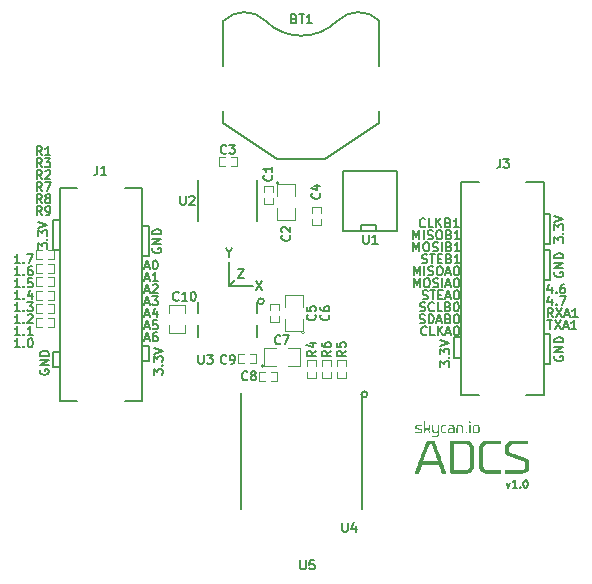
<source format=gto>
G04 (created by PCBNEW (2013-09-06 BZR 4312)-stable) date N 14 nov   2013 22:35:42 EET*
%MOIN*%
G04 Gerber Fmt 3.4, Leading zero omitted, Abs format*
%FSLAX34Y34*%
G01*
G70*
G90*
G04 APERTURE LIST*
%ADD10C,0.000787*%
%ADD11C,0.005000*%
%ADD12C,0.007874*%
%ADD13C,0.005906*%
%ADD14C,0.002800*%
%ADD15C,0.003900*%
%ADD16C,0.004700*%
%ADD17C,0.000100*%
G04 APERTURE END LIST*
G54D10*
G54D11*
X47100Y-44435D02*
X47300Y-44435D01*
X47100Y-44735D01*
X47300Y-44735D01*
X46800Y-43892D02*
X46800Y-44035D01*
X46700Y-43735D02*
X46800Y-43892D01*
X46900Y-43735D01*
X47700Y-44835D02*
X47900Y-45135D01*
X47900Y-44835D02*
X47700Y-45135D01*
G54D12*
X46800Y-45000D02*
X47000Y-44800D01*
X46800Y-45000D02*
X46800Y-44200D01*
X46800Y-45000D02*
X47600Y-45000D01*
G54D11*
X57400Y-46135D02*
X57571Y-46135D01*
X57485Y-46435D02*
X57485Y-46135D01*
X57642Y-46135D02*
X57842Y-46435D01*
X57842Y-46135D02*
X57642Y-46435D01*
X57942Y-46350D02*
X58085Y-46350D01*
X57914Y-46435D02*
X58014Y-46135D01*
X58114Y-46435D01*
X58371Y-46435D02*
X58200Y-46435D01*
X58285Y-46435D02*
X58285Y-46135D01*
X58257Y-46178D01*
X58228Y-46207D01*
X58200Y-46221D01*
X57578Y-46035D02*
X57478Y-45892D01*
X57407Y-46035D02*
X57407Y-45735D01*
X57521Y-45735D01*
X57550Y-45750D01*
X57564Y-45764D01*
X57578Y-45792D01*
X57578Y-45835D01*
X57564Y-45864D01*
X57550Y-45878D01*
X57521Y-45892D01*
X57407Y-45892D01*
X57678Y-45735D02*
X57878Y-46035D01*
X57878Y-45735D02*
X57678Y-46035D01*
X57978Y-45950D02*
X58121Y-45950D01*
X57950Y-46035D02*
X58050Y-45735D01*
X58150Y-46035D01*
X58407Y-46035D02*
X58235Y-46035D01*
X58321Y-46035D02*
X58321Y-45735D01*
X58292Y-45778D01*
X58264Y-45807D01*
X58235Y-45821D01*
X57542Y-45435D02*
X57542Y-45635D01*
X57471Y-45321D02*
X57400Y-45535D01*
X57585Y-45535D01*
X57700Y-45607D02*
X57714Y-45621D01*
X57700Y-45635D01*
X57685Y-45621D01*
X57700Y-45607D01*
X57700Y-45635D01*
X57814Y-45335D02*
X58014Y-45335D01*
X57885Y-45635D01*
X57542Y-45035D02*
X57542Y-45235D01*
X57471Y-44921D02*
X57400Y-45135D01*
X57585Y-45135D01*
X57700Y-45207D02*
X57714Y-45221D01*
X57700Y-45235D01*
X57685Y-45221D01*
X57700Y-45207D01*
X57700Y-45235D01*
X57971Y-44935D02*
X57914Y-44935D01*
X57885Y-44950D01*
X57871Y-44964D01*
X57842Y-45007D01*
X57828Y-45064D01*
X57828Y-45178D01*
X57842Y-45207D01*
X57857Y-45221D01*
X57885Y-45235D01*
X57942Y-45235D01*
X57971Y-45221D01*
X57985Y-45207D01*
X58000Y-45178D01*
X58000Y-45107D01*
X57985Y-45078D01*
X57971Y-45064D01*
X57942Y-45050D01*
X57885Y-45050D01*
X57857Y-45064D01*
X57842Y-45078D01*
X57828Y-45107D01*
X53375Y-46607D02*
X53360Y-46621D01*
X53317Y-46635D01*
X53289Y-46635D01*
X53246Y-46621D01*
X53217Y-46592D01*
X53203Y-46564D01*
X53189Y-46507D01*
X53189Y-46464D01*
X53203Y-46407D01*
X53217Y-46378D01*
X53246Y-46350D01*
X53289Y-46335D01*
X53317Y-46335D01*
X53360Y-46350D01*
X53375Y-46364D01*
X53646Y-46635D02*
X53503Y-46635D01*
X53503Y-46335D01*
X53746Y-46635D02*
X53746Y-46335D01*
X53917Y-46635D02*
X53789Y-46464D01*
X53917Y-46335D02*
X53746Y-46507D01*
X54032Y-46550D02*
X54175Y-46550D01*
X54003Y-46635D02*
X54103Y-46335D01*
X54203Y-46635D01*
X54360Y-46335D02*
X54389Y-46335D01*
X54417Y-46350D01*
X54432Y-46364D01*
X54446Y-46392D01*
X54460Y-46450D01*
X54460Y-46521D01*
X54446Y-46578D01*
X54432Y-46607D01*
X54417Y-46621D01*
X54389Y-46635D01*
X54360Y-46635D01*
X54332Y-46621D01*
X54317Y-46607D01*
X54303Y-46578D01*
X54289Y-46521D01*
X54289Y-46450D01*
X54303Y-46392D01*
X54317Y-46364D01*
X54332Y-46350D01*
X54360Y-46335D01*
X53142Y-46221D02*
X53185Y-46235D01*
X53257Y-46235D01*
X53285Y-46221D01*
X53300Y-46207D01*
X53314Y-46178D01*
X53314Y-46150D01*
X53300Y-46121D01*
X53285Y-46107D01*
X53257Y-46092D01*
X53200Y-46078D01*
X53171Y-46064D01*
X53157Y-46050D01*
X53142Y-46021D01*
X53142Y-45992D01*
X53157Y-45964D01*
X53171Y-45950D01*
X53200Y-45935D01*
X53271Y-45935D01*
X53314Y-45950D01*
X53442Y-46235D02*
X53442Y-45935D01*
X53514Y-45935D01*
X53557Y-45950D01*
X53585Y-45978D01*
X53600Y-46007D01*
X53614Y-46064D01*
X53614Y-46107D01*
X53600Y-46164D01*
X53585Y-46192D01*
X53557Y-46221D01*
X53514Y-46235D01*
X53442Y-46235D01*
X53728Y-46150D02*
X53871Y-46150D01*
X53700Y-46235D02*
X53800Y-45935D01*
X53900Y-46235D01*
X54100Y-46078D02*
X54142Y-46092D01*
X54157Y-46107D01*
X54171Y-46135D01*
X54171Y-46178D01*
X54157Y-46207D01*
X54142Y-46221D01*
X54114Y-46235D01*
X54000Y-46235D01*
X54000Y-45935D01*
X54100Y-45935D01*
X54128Y-45950D01*
X54142Y-45964D01*
X54157Y-45992D01*
X54157Y-46021D01*
X54142Y-46050D01*
X54128Y-46064D01*
X54100Y-46078D01*
X54000Y-46078D01*
X54357Y-45935D02*
X54385Y-45935D01*
X54414Y-45950D01*
X54428Y-45964D01*
X54442Y-45992D01*
X54457Y-46050D01*
X54457Y-46121D01*
X54442Y-46178D01*
X54428Y-46207D01*
X54414Y-46221D01*
X54385Y-46235D01*
X54357Y-46235D01*
X54328Y-46221D01*
X54314Y-46207D01*
X54300Y-46178D01*
X54285Y-46121D01*
X54285Y-46050D01*
X54300Y-45992D01*
X54314Y-45964D01*
X54328Y-45950D01*
X54357Y-45935D01*
X53150Y-45821D02*
X53192Y-45835D01*
X53264Y-45835D01*
X53292Y-45821D01*
X53307Y-45807D01*
X53321Y-45778D01*
X53321Y-45750D01*
X53307Y-45721D01*
X53292Y-45707D01*
X53264Y-45692D01*
X53207Y-45678D01*
X53178Y-45664D01*
X53164Y-45650D01*
X53150Y-45621D01*
X53150Y-45592D01*
X53164Y-45564D01*
X53178Y-45550D01*
X53207Y-45535D01*
X53278Y-45535D01*
X53321Y-45550D01*
X53621Y-45807D02*
X53607Y-45821D01*
X53564Y-45835D01*
X53535Y-45835D01*
X53492Y-45821D01*
X53464Y-45792D01*
X53450Y-45764D01*
X53435Y-45707D01*
X53435Y-45664D01*
X53450Y-45607D01*
X53464Y-45578D01*
X53492Y-45550D01*
X53535Y-45535D01*
X53564Y-45535D01*
X53607Y-45550D01*
X53621Y-45564D01*
X53892Y-45835D02*
X53750Y-45835D01*
X53750Y-45535D01*
X54092Y-45678D02*
X54135Y-45692D01*
X54150Y-45707D01*
X54164Y-45735D01*
X54164Y-45778D01*
X54150Y-45807D01*
X54135Y-45821D01*
X54107Y-45835D01*
X53992Y-45835D01*
X53992Y-45535D01*
X54092Y-45535D01*
X54121Y-45550D01*
X54135Y-45564D01*
X54150Y-45592D01*
X54150Y-45621D01*
X54135Y-45650D01*
X54121Y-45664D01*
X54092Y-45678D01*
X53992Y-45678D01*
X54350Y-45535D02*
X54378Y-45535D01*
X54407Y-45550D01*
X54421Y-45564D01*
X54435Y-45592D01*
X54450Y-45650D01*
X54450Y-45721D01*
X54435Y-45778D01*
X54421Y-45807D01*
X54407Y-45821D01*
X54378Y-45835D01*
X54350Y-45835D01*
X54321Y-45821D01*
X54307Y-45807D01*
X54292Y-45778D01*
X54278Y-45721D01*
X54278Y-45650D01*
X54292Y-45592D01*
X54307Y-45564D01*
X54321Y-45550D01*
X54350Y-45535D01*
X53242Y-45421D02*
X53285Y-45435D01*
X53357Y-45435D01*
X53385Y-45421D01*
X53400Y-45407D01*
X53414Y-45378D01*
X53414Y-45350D01*
X53400Y-45321D01*
X53385Y-45307D01*
X53357Y-45292D01*
X53300Y-45278D01*
X53271Y-45264D01*
X53257Y-45250D01*
X53242Y-45221D01*
X53242Y-45192D01*
X53257Y-45164D01*
X53271Y-45150D01*
X53300Y-45135D01*
X53371Y-45135D01*
X53414Y-45150D01*
X53500Y-45135D02*
X53671Y-45135D01*
X53585Y-45435D02*
X53585Y-45135D01*
X53771Y-45278D02*
X53871Y-45278D01*
X53914Y-45435D02*
X53771Y-45435D01*
X53771Y-45135D01*
X53914Y-45135D01*
X54028Y-45350D02*
X54171Y-45350D01*
X54000Y-45435D02*
X54100Y-45135D01*
X54200Y-45435D01*
X54357Y-45135D02*
X54385Y-45135D01*
X54414Y-45150D01*
X54428Y-45164D01*
X54442Y-45192D01*
X54457Y-45250D01*
X54457Y-45321D01*
X54442Y-45378D01*
X54428Y-45407D01*
X54414Y-45421D01*
X54385Y-45435D01*
X54357Y-45435D01*
X54328Y-45421D01*
X54314Y-45407D01*
X54300Y-45378D01*
X54285Y-45321D01*
X54285Y-45250D01*
X54300Y-45192D01*
X54314Y-45164D01*
X54328Y-45150D01*
X54357Y-45135D01*
X52957Y-45035D02*
X52957Y-44735D01*
X53057Y-44950D01*
X53157Y-44735D01*
X53157Y-45035D01*
X53357Y-44735D02*
X53414Y-44735D01*
X53442Y-44750D01*
X53471Y-44778D01*
X53485Y-44835D01*
X53485Y-44935D01*
X53471Y-44992D01*
X53442Y-45021D01*
X53414Y-45035D01*
X53357Y-45035D01*
X53328Y-45021D01*
X53300Y-44992D01*
X53285Y-44935D01*
X53285Y-44835D01*
X53300Y-44778D01*
X53328Y-44750D01*
X53357Y-44735D01*
X53600Y-45021D02*
X53642Y-45035D01*
X53714Y-45035D01*
X53742Y-45021D01*
X53757Y-45007D01*
X53771Y-44978D01*
X53771Y-44950D01*
X53757Y-44921D01*
X53742Y-44907D01*
X53714Y-44892D01*
X53657Y-44878D01*
X53628Y-44864D01*
X53614Y-44850D01*
X53600Y-44821D01*
X53600Y-44792D01*
X53614Y-44764D01*
X53628Y-44750D01*
X53657Y-44735D01*
X53728Y-44735D01*
X53771Y-44750D01*
X53900Y-45035D02*
X53900Y-44735D01*
X54028Y-44950D02*
X54171Y-44950D01*
X54000Y-45035D02*
X54100Y-44735D01*
X54200Y-45035D01*
X54357Y-44735D02*
X54385Y-44735D01*
X54414Y-44750D01*
X54428Y-44764D01*
X54442Y-44792D01*
X54457Y-44850D01*
X54457Y-44921D01*
X54442Y-44978D01*
X54428Y-45007D01*
X54414Y-45021D01*
X54385Y-45035D01*
X54357Y-45035D01*
X54328Y-45021D01*
X54314Y-45007D01*
X54300Y-44978D01*
X54285Y-44921D01*
X54285Y-44850D01*
X54300Y-44792D01*
X54314Y-44764D01*
X54328Y-44750D01*
X54357Y-44735D01*
X52957Y-44635D02*
X52957Y-44335D01*
X53057Y-44550D01*
X53157Y-44335D01*
X53157Y-44635D01*
X53300Y-44635D02*
X53300Y-44335D01*
X53428Y-44621D02*
X53471Y-44635D01*
X53542Y-44635D01*
X53571Y-44621D01*
X53585Y-44607D01*
X53600Y-44578D01*
X53600Y-44550D01*
X53585Y-44521D01*
X53571Y-44507D01*
X53542Y-44492D01*
X53485Y-44478D01*
X53457Y-44464D01*
X53442Y-44450D01*
X53428Y-44421D01*
X53428Y-44392D01*
X53442Y-44364D01*
X53457Y-44350D01*
X53485Y-44335D01*
X53557Y-44335D01*
X53600Y-44350D01*
X53785Y-44335D02*
X53842Y-44335D01*
X53871Y-44350D01*
X53900Y-44378D01*
X53914Y-44435D01*
X53914Y-44535D01*
X53900Y-44592D01*
X53871Y-44621D01*
X53842Y-44635D01*
X53785Y-44635D01*
X53757Y-44621D01*
X53728Y-44592D01*
X53714Y-44535D01*
X53714Y-44435D01*
X53728Y-44378D01*
X53757Y-44350D01*
X53785Y-44335D01*
X54028Y-44550D02*
X54171Y-44550D01*
X54000Y-44635D02*
X54100Y-44335D01*
X54200Y-44635D01*
X54357Y-44335D02*
X54385Y-44335D01*
X54414Y-44350D01*
X54428Y-44364D01*
X54442Y-44392D01*
X54457Y-44450D01*
X54457Y-44521D01*
X54442Y-44578D01*
X54428Y-44607D01*
X54414Y-44621D01*
X54385Y-44635D01*
X54357Y-44635D01*
X54328Y-44621D01*
X54314Y-44607D01*
X54300Y-44578D01*
X54285Y-44521D01*
X54285Y-44450D01*
X54300Y-44392D01*
X54314Y-44364D01*
X54328Y-44350D01*
X54357Y-44335D01*
X53221Y-44221D02*
X53264Y-44235D01*
X53335Y-44235D01*
X53364Y-44221D01*
X53378Y-44207D01*
X53392Y-44178D01*
X53392Y-44150D01*
X53378Y-44121D01*
X53364Y-44107D01*
X53335Y-44092D01*
X53278Y-44078D01*
X53250Y-44064D01*
X53235Y-44050D01*
X53221Y-44021D01*
X53221Y-43992D01*
X53235Y-43964D01*
X53250Y-43950D01*
X53278Y-43935D01*
X53350Y-43935D01*
X53392Y-43950D01*
X53478Y-43935D02*
X53650Y-43935D01*
X53564Y-44235D02*
X53564Y-43935D01*
X53750Y-44078D02*
X53850Y-44078D01*
X53892Y-44235D02*
X53750Y-44235D01*
X53750Y-43935D01*
X53892Y-43935D01*
X54121Y-44078D02*
X54164Y-44092D01*
X54178Y-44107D01*
X54192Y-44135D01*
X54192Y-44178D01*
X54178Y-44207D01*
X54164Y-44221D01*
X54135Y-44235D01*
X54021Y-44235D01*
X54021Y-43935D01*
X54121Y-43935D01*
X54150Y-43950D01*
X54164Y-43964D01*
X54178Y-43992D01*
X54178Y-44021D01*
X54164Y-44050D01*
X54150Y-44064D01*
X54121Y-44078D01*
X54021Y-44078D01*
X54478Y-44235D02*
X54307Y-44235D01*
X54392Y-44235D02*
X54392Y-43935D01*
X54364Y-43978D01*
X54335Y-44007D01*
X54307Y-44021D01*
X52935Y-43835D02*
X52935Y-43535D01*
X53035Y-43750D01*
X53135Y-43535D01*
X53135Y-43835D01*
X53335Y-43535D02*
X53392Y-43535D01*
X53421Y-43550D01*
X53450Y-43578D01*
X53464Y-43635D01*
X53464Y-43735D01*
X53450Y-43792D01*
X53421Y-43821D01*
X53392Y-43835D01*
X53335Y-43835D01*
X53307Y-43821D01*
X53278Y-43792D01*
X53264Y-43735D01*
X53264Y-43635D01*
X53278Y-43578D01*
X53307Y-43550D01*
X53335Y-43535D01*
X53578Y-43821D02*
X53621Y-43835D01*
X53692Y-43835D01*
X53721Y-43821D01*
X53735Y-43807D01*
X53750Y-43778D01*
X53750Y-43750D01*
X53735Y-43721D01*
X53721Y-43707D01*
X53692Y-43692D01*
X53635Y-43678D01*
X53607Y-43664D01*
X53592Y-43650D01*
X53578Y-43621D01*
X53578Y-43592D01*
X53592Y-43564D01*
X53607Y-43550D01*
X53635Y-43535D01*
X53707Y-43535D01*
X53750Y-43550D01*
X53878Y-43835D02*
X53878Y-43535D01*
X54121Y-43678D02*
X54164Y-43692D01*
X54178Y-43707D01*
X54192Y-43735D01*
X54192Y-43778D01*
X54178Y-43807D01*
X54164Y-43821D01*
X54135Y-43835D01*
X54021Y-43835D01*
X54021Y-43535D01*
X54121Y-43535D01*
X54150Y-43550D01*
X54164Y-43564D01*
X54178Y-43592D01*
X54178Y-43621D01*
X54164Y-43650D01*
X54150Y-43664D01*
X54121Y-43678D01*
X54021Y-43678D01*
X54478Y-43835D02*
X54307Y-43835D01*
X54392Y-43835D02*
X54392Y-43535D01*
X54364Y-43578D01*
X54335Y-43607D01*
X54307Y-43621D01*
X52935Y-43435D02*
X52935Y-43135D01*
X53035Y-43350D01*
X53135Y-43135D01*
X53135Y-43435D01*
X53278Y-43435D02*
X53278Y-43135D01*
X53407Y-43421D02*
X53450Y-43435D01*
X53521Y-43435D01*
X53550Y-43421D01*
X53564Y-43407D01*
X53578Y-43378D01*
X53578Y-43350D01*
X53564Y-43321D01*
X53550Y-43307D01*
X53521Y-43292D01*
X53464Y-43278D01*
X53435Y-43264D01*
X53421Y-43250D01*
X53407Y-43221D01*
X53407Y-43192D01*
X53421Y-43164D01*
X53435Y-43150D01*
X53464Y-43135D01*
X53535Y-43135D01*
X53578Y-43150D01*
X53764Y-43135D02*
X53821Y-43135D01*
X53850Y-43150D01*
X53878Y-43178D01*
X53892Y-43235D01*
X53892Y-43335D01*
X53878Y-43392D01*
X53850Y-43421D01*
X53821Y-43435D01*
X53764Y-43435D01*
X53735Y-43421D01*
X53707Y-43392D01*
X53692Y-43335D01*
X53692Y-43235D01*
X53707Y-43178D01*
X53735Y-43150D01*
X53764Y-43135D01*
X54121Y-43278D02*
X54164Y-43292D01*
X54178Y-43307D01*
X54192Y-43335D01*
X54192Y-43378D01*
X54178Y-43407D01*
X54164Y-43421D01*
X54135Y-43435D01*
X54021Y-43435D01*
X54021Y-43135D01*
X54121Y-43135D01*
X54150Y-43150D01*
X54164Y-43164D01*
X54178Y-43192D01*
X54178Y-43221D01*
X54164Y-43250D01*
X54150Y-43264D01*
X54121Y-43278D01*
X54021Y-43278D01*
X54478Y-43435D02*
X54307Y-43435D01*
X54392Y-43435D02*
X54392Y-43135D01*
X54364Y-43178D01*
X54335Y-43207D01*
X54307Y-43221D01*
X53328Y-43007D02*
X53314Y-43021D01*
X53271Y-43035D01*
X53242Y-43035D01*
X53200Y-43021D01*
X53171Y-42992D01*
X53157Y-42964D01*
X53142Y-42907D01*
X53142Y-42864D01*
X53157Y-42807D01*
X53171Y-42778D01*
X53200Y-42750D01*
X53242Y-42735D01*
X53271Y-42735D01*
X53314Y-42750D01*
X53328Y-42764D01*
X53600Y-43035D02*
X53457Y-43035D01*
X53457Y-42735D01*
X53700Y-43035D02*
X53700Y-42735D01*
X53871Y-43035D02*
X53742Y-42864D01*
X53871Y-42735D02*
X53700Y-42907D01*
X54100Y-42878D02*
X54142Y-42892D01*
X54157Y-42907D01*
X54171Y-42935D01*
X54171Y-42978D01*
X54157Y-43007D01*
X54142Y-43021D01*
X54114Y-43035D01*
X54000Y-43035D01*
X54000Y-42735D01*
X54100Y-42735D01*
X54128Y-42750D01*
X54142Y-42764D01*
X54157Y-42792D01*
X54157Y-42821D01*
X54142Y-42850D01*
X54128Y-42864D01*
X54100Y-42878D01*
X54000Y-42878D01*
X54457Y-43035D02*
X54285Y-43035D01*
X54371Y-43035D02*
X54371Y-42735D01*
X54342Y-42778D01*
X54314Y-42807D01*
X54285Y-42821D01*
X53835Y-47692D02*
X53835Y-47507D01*
X53950Y-47607D01*
X53950Y-47564D01*
X53964Y-47535D01*
X53978Y-47521D01*
X54007Y-47507D01*
X54078Y-47507D01*
X54107Y-47521D01*
X54121Y-47535D01*
X54135Y-47564D01*
X54135Y-47650D01*
X54121Y-47678D01*
X54107Y-47692D01*
X54107Y-47378D02*
X54121Y-47364D01*
X54135Y-47378D01*
X54121Y-47392D01*
X54107Y-47378D01*
X54135Y-47378D01*
X53835Y-47264D02*
X53835Y-47078D01*
X53950Y-47178D01*
X53950Y-47135D01*
X53964Y-47107D01*
X53978Y-47092D01*
X54007Y-47078D01*
X54078Y-47078D01*
X54107Y-47092D01*
X54121Y-47107D01*
X54135Y-47135D01*
X54135Y-47221D01*
X54121Y-47250D01*
X54107Y-47264D01*
X53835Y-46992D02*
X54135Y-46892D01*
X53835Y-46792D01*
G54D12*
X54300Y-47400D02*
X54500Y-47400D01*
X54300Y-46700D02*
X54300Y-47400D01*
X54500Y-46700D02*
X54300Y-46700D01*
G54D11*
X57650Y-47328D02*
X57635Y-47357D01*
X57635Y-47400D01*
X57650Y-47442D01*
X57678Y-47471D01*
X57707Y-47485D01*
X57764Y-47500D01*
X57807Y-47500D01*
X57864Y-47485D01*
X57892Y-47471D01*
X57921Y-47442D01*
X57935Y-47400D01*
X57935Y-47371D01*
X57921Y-47328D01*
X57907Y-47314D01*
X57807Y-47314D01*
X57807Y-47371D01*
X57935Y-47185D02*
X57635Y-47185D01*
X57935Y-47014D01*
X57635Y-47014D01*
X57935Y-46871D02*
X57635Y-46871D01*
X57635Y-46800D01*
X57650Y-46757D01*
X57678Y-46728D01*
X57707Y-46714D01*
X57764Y-46700D01*
X57807Y-46700D01*
X57864Y-46714D01*
X57892Y-46728D01*
X57921Y-46757D01*
X57935Y-46800D01*
X57935Y-46871D01*
G54D12*
X57500Y-46600D02*
X57300Y-46600D01*
X57500Y-47600D02*
X57500Y-46600D01*
X57300Y-47600D02*
X57500Y-47600D01*
G54D11*
X57650Y-44528D02*
X57635Y-44557D01*
X57635Y-44600D01*
X57650Y-44642D01*
X57678Y-44671D01*
X57707Y-44685D01*
X57764Y-44700D01*
X57807Y-44700D01*
X57864Y-44685D01*
X57892Y-44671D01*
X57921Y-44642D01*
X57935Y-44600D01*
X57935Y-44571D01*
X57921Y-44528D01*
X57907Y-44514D01*
X57807Y-44514D01*
X57807Y-44571D01*
X57935Y-44385D02*
X57635Y-44385D01*
X57935Y-44214D01*
X57635Y-44214D01*
X57935Y-44071D02*
X57635Y-44071D01*
X57635Y-44000D01*
X57650Y-43957D01*
X57678Y-43928D01*
X57707Y-43914D01*
X57764Y-43900D01*
X57807Y-43900D01*
X57864Y-43914D01*
X57892Y-43928D01*
X57921Y-43957D01*
X57935Y-44000D01*
X57935Y-44071D01*
G54D12*
X57500Y-43800D02*
X57300Y-43800D01*
X57500Y-44800D02*
X57500Y-43800D01*
X57300Y-44800D02*
X57500Y-44800D01*
G54D11*
X57635Y-43542D02*
X57635Y-43357D01*
X57750Y-43457D01*
X57750Y-43414D01*
X57764Y-43385D01*
X57778Y-43371D01*
X57807Y-43357D01*
X57878Y-43357D01*
X57907Y-43371D01*
X57921Y-43385D01*
X57935Y-43414D01*
X57935Y-43500D01*
X57921Y-43528D01*
X57907Y-43542D01*
X57907Y-43228D02*
X57921Y-43214D01*
X57935Y-43228D01*
X57921Y-43242D01*
X57907Y-43228D01*
X57935Y-43228D01*
X57635Y-43114D02*
X57635Y-42928D01*
X57750Y-43028D01*
X57750Y-42985D01*
X57764Y-42957D01*
X57778Y-42942D01*
X57807Y-42928D01*
X57878Y-42928D01*
X57907Y-42942D01*
X57921Y-42957D01*
X57935Y-42985D01*
X57935Y-43071D01*
X57921Y-43100D01*
X57907Y-43114D01*
X57635Y-42842D02*
X57935Y-42742D01*
X57635Y-42642D01*
G54D12*
X57500Y-42600D02*
X57300Y-42600D01*
X57500Y-43600D02*
X57500Y-42600D01*
X57300Y-43600D02*
X57500Y-43600D01*
G54D11*
X43985Y-46750D02*
X44128Y-46750D01*
X43957Y-46835D02*
X44057Y-46535D01*
X44157Y-46835D01*
X44385Y-46535D02*
X44328Y-46535D01*
X44300Y-46550D01*
X44285Y-46564D01*
X44257Y-46607D01*
X44242Y-46664D01*
X44242Y-46778D01*
X44257Y-46807D01*
X44271Y-46821D01*
X44300Y-46835D01*
X44357Y-46835D01*
X44385Y-46821D01*
X44400Y-46807D01*
X44414Y-46778D01*
X44414Y-46707D01*
X44400Y-46678D01*
X44385Y-46664D01*
X44357Y-46650D01*
X44300Y-46650D01*
X44271Y-46664D01*
X44257Y-46678D01*
X44242Y-46707D01*
X43985Y-46350D02*
X44128Y-46350D01*
X43957Y-46435D02*
X44057Y-46135D01*
X44157Y-46435D01*
X44400Y-46135D02*
X44257Y-46135D01*
X44242Y-46278D01*
X44257Y-46264D01*
X44285Y-46250D01*
X44357Y-46250D01*
X44385Y-46264D01*
X44400Y-46278D01*
X44414Y-46307D01*
X44414Y-46378D01*
X44400Y-46407D01*
X44385Y-46421D01*
X44357Y-46435D01*
X44285Y-46435D01*
X44257Y-46421D01*
X44242Y-46407D01*
X43985Y-45950D02*
X44128Y-45950D01*
X43957Y-46035D02*
X44057Y-45735D01*
X44157Y-46035D01*
X44385Y-45835D02*
X44385Y-46035D01*
X44314Y-45721D02*
X44242Y-45935D01*
X44428Y-45935D01*
X43985Y-45550D02*
X44128Y-45550D01*
X43957Y-45635D02*
X44057Y-45335D01*
X44157Y-45635D01*
X44228Y-45335D02*
X44414Y-45335D01*
X44314Y-45450D01*
X44357Y-45450D01*
X44385Y-45464D01*
X44400Y-45478D01*
X44414Y-45507D01*
X44414Y-45578D01*
X44400Y-45607D01*
X44385Y-45621D01*
X44357Y-45635D01*
X44271Y-45635D01*
X44242Y-45621D01*
X44228Y-45607D01*
X43985Y-45150D02*
X44128Y-45150D01*
X43957Y-45235D02*
X44057Y-44935D01*
X44157Y-45235D01*
X44242Y-44964D02*
X44257Y-44950D01*
X44285Y-44935D01*
X44357Y-44935D01*
X44385Y-44950D01*
X44400Y-44964D01*
X44414Y-44992D01*
X44414Y-45021D01*
X44400Y-45064D01*
X44228Y-45235D01*
X44414Y-45235D01*
X43985Y-44750D02*
X44128Y-44750D01*
X43957Y-44835D02*
X44057Y-44535D01*
X44157Y-44835D01*
X44414Y-44835D02*
X44242Y-44835D01*
X44328Y-44835D02*
X44328Y-44535D01*
X44300Y-44578D01*
X44271Y-44607D01*
X44242Y-44621D01*
X43985Y-44350D02*
X44128Y-44350D01*
X43957Y-44435D02*
X44057Y-44135D01*
X44157Y-44435D01*
X44314Y-44135D02*
X44342Y-44135D01*
X44371Y-44150D01*
X44385Y-44164D01*
X44400Y-44192D01*
X44414Y-44250D01*
X44414Y-44321D01*
X44400Y-44378D01*
X44385Y-44407D01*
X44371Y-44421D01*
X44342Y-44435D01*
X44314Y-44435D01*
X44285Y-44421D01*
X44271Y-44407D01*
X44257Y-44378D01*
X44242Y-44321D01*
X44242Y-44250D01*
X44257Y-44192D01*
X44271Y-44164D01*
X44285Y-44150D01*
X44314Y-44135D01*
X44285Y-47942D02*
X44285Y-47757D01*
X44400Y-47857D01*
X44400Y-47814D01*
X44414Y-47785D01*
X44428Y-47771D01*
X44457Y-47757D01*
X44528Y-47757D01*
X44557Y-47771D01*
X44571Y-47785D01*
X44585Y-47814D01*
X44585Y-47900D01*
X44571Y-47928D01*
X44557Y-47942D01*
X44557Y-47628D02*
X44571Y-47614D01*
X44585Y-47628D01*
X44571Y-47642D01*
X44557Y-47628D01*
X44585Y-47628D01*
X44285Y-47514D02*
X44285Y-47328D01*
X44400Y-47428D01*
X44400Y-47385D01*
X44414Y-47357D01*
X44428Y-47342D01*
X44457Y-47328D01*
X44528Y-47328D01*
X44557Y-47342D01*
X44571Y-47357D01*
X44585Y-47385D01*
X44585Y-47471D01*
X44571Y-47500D01*
X44557Y-47514D01*
X44285Y-47242D02*
X44585Y-47142D01*
X44285Y-47042D01*
G54D12*
X44125Y-47000D02*
X43925Y-47000D01*
X44125Y-47500D02*
X44125Y-47000D01*
X43925Y-47500D02*
X44125Y-47500D01*
G54D11*
X40500Y-47778D02*
X40485Y-47807D01*
X40485Y-47850D01*
X40500Y-47892D01*
X40528Y-47921D01*
X40557Y-47935D01*
X40614Y-47950D01*
X40657Y-47950D01*
X40714Y-47935D01*
X40742Y-47921D01*
X40771Y-47892D01*
X40785Y-47850D01*
X40785Y-47821D01*
X40771Y-47778D01*
X40757Y-47764D01*
X40657Y-47764D01*
X40657Y-47821D01*
X40785Y-47635D02*
X40485Y-47635D01*
X40785Y-47464D01*
X40485Y-47464D01*
X40785Y-47321D02*
X40485Y-47321D01*
X40485Y-47250D01*
X40500Y-47207D01*
X40528Y-47178D01*
X40557Y-47164D01*
X40614Y-47150D01*
X40657Y-47150D01*
X40714Y-47164D01*
X40742Y-47178D01*
X40771Y-47207D01*
X40785Y-47250D01*
X40785Y-47321D01*
G54D12*
X40925Y-47700D02*
X41125Y-47700D01*
X40925Y-47200D02*
X40925Y-47700D01*
X41125Y-47200D02*
X40925Y-47200D01*
G54D11*
X39821Y-47035D02*
X39650Y-47035D01*
X39735Y-47035D02*
X39735Y-46735D01*
X39707Y-46778D01*
X39678Y-46807D01*
X39650Y-46821D01*
X39950Y-47007D02*
X39964Y-47021D01*
X39950Y-47035D01*
X39935Y-47021D01*
X39950Y-47007D01*
X39950Y-47035D01*
X40150Y-46735D02*
X40178Y-46735D01*
X40207Y-46750D01*
X40221Y-46764D01*
X40235Y-46792D01*
X40250Y-46850D01*
X40250Y-46921D01*
X40235Y-46978D01*
X40221Y-47007D01*
X40207Y-47021D01*
X40178Y-47035D01*
X40150Y-47035D01*
X40121Y-47021D01*
X40107Y-47007D01*
X40092Y-46978D01*
X40078Y-46921D01*
X40078Y-46850D01*
X40092Y-46792D01*
X40107Y-46764D01*
X40121Y-46750D01*
X40150Y-46735D01*
X39821Y-46635D02*
X39650Y-46635D01*
X39735Y-46635D02*
X39735Y-46335D01*
X39707Y-46378D01*
X39678Y-46407D01*
X39650Y-46421D01*
X39950Y-46607D02*
X39964Y-46621D01*
X39950Y-46635D01*
X39935Y-46621D01*
X39950Y-46607D01*
X39950Y-46635D01*
X40250Y-46635D02*
X40078Y-46635D01*
X40164Y-46635D02*
X40164Y-46335D01*
X40135Y-46378D01*
X40107Y-46407D01*
X40078Y-46421D01*
X39821Y-46235D02*
X39650Y-46235D01*
X39735Y-46235D02*
X39735Y-45935D01*
X39707Y-45978D01*
X39678Y-46007D01*
X39650Y-46021D01*
X39950Y-46207D02*
X39964Y-46221D01*
X39950Y-46235D01*
X39935Y-46221D01*
X39950Y-46207D01*
X39950Y-46235D01*
X40078Y-45964D02*
X40092Y-45950D01*
X40121Y-45935D01*
X40192Y-45935D01*
X40221Y-45950D01*
X40235Y-45964D01*
X40250Y-45992D01*
X40250Y-46021D01*
X40235Y-46064D01*
X40064Y-46235D01*
X40250Y-46235D01*
X39821Y-45835D02*
X39650Y-45835D01*
X39735Y-45835D02*
X39735Y-45535D01*
X39707Y-45578D01*
X39678Y-45607D01*
X39650Y-45621D01*
X39950Y-45807D02*
X39964Y-45821D01*
X39950Y-45835D01*
X39935Y-45821D01*
X39950Y-45807D01*
X39950Y-45835D01*
X40064Y-45535D02*
X40250Y-45535D01*
X40150Y-45650D01*
X40192Y-45650D01*
X40221Y-45664D01*
X40235Y-45678D01*
X40250Y-45707D01*
X40250Y-45778D01*
X40235Y-45807D01*
X40221Y-45821D01*
X40192Y-45835D01*
X40107Y-45835D01*
X40078Y-45821D01*
X40064Y-45807D01*
X39821Y-45435D02*
X39650Y-45435D01*
X39735Y-45435D02*
X39735Y-45135D01*
X39707Y-45178D01*
X39678Y-45207D01*
X39650Y-45221D01*
X39950Y-45407D02*
X39964Y-45421D01*
X39950Y-45435D01*
X39935Y-45421D01*
X39950Y-45407D01*
X39950Y-45435D01*
X40221Y-45235D02*
X40221Y-45435D01*
X40150Y-45121D02*
X40078Y-45335D01*
X40264Y-45335D01*
X39821Y-45035D02*
X39650Y-45035D01*
X39735Y-45035D02*
X39735Y-44735D01*
X39707Y-44778D01*
X39678Y-44807D01*
X39650Y-44821D01*
X39950Y-45007D02*
X39964Y-45021D01*
X39950Y-45035D01*
X39935Y-45021D01*
X39950Y-45007D01*
X39950Y-45035D01*
X40235Y-44735D02*
X40092Y-44735D01*
X40078Y-44878D01*
X40092Y-44864D01*
X40121Y-44850D01*
X40192Y-44850D01*
X40221Y-44864D01*
X40235Y-44878D01*
X40250Y-44907D01*
X40250Y-44978D01*
X40235Y-45007D01*
X40221Y-45021D01*
X40192Y-45035D01*
X40121Y-45035D01*
X40092Y-45021D01*
X40078Y-45007D01*
X39821Y-44635D02*
X39650Y-44635D01*
X39735Y-44635D02*
X39735Y-44335D01*
X39707Y-44378D01*
X39678Y-44407D01*
X39650Y-44421D01*
X39950Y-44607D02*
X39964Y-44621D01*
X39950Y-44635D01*
X39935Y-44621D01*
X39950Y-44607D01*
X39950Y-44635D01*
X40221Y-44335D02*
X40164Y-44335D01*
X40135Y-44350D01*
X40121Y-44364D01*
X40092Y-44407D01*
X40078Y-44464D01*
X40078Y-44578D01*
X40092Y-44607D01*
X40107Y-44621D01*
X40135Y-44635D01*
X40192Y-44635D01*
X40221Y-44621D01*
X40235Y-44607D01*
X40250Y-44578D01*
X40250Y-44507D01*
X40235Y-44478D01*
X40221Y-44464D01*
X40192Y-44450D01*
X40135Y-44450D01*
X40107Y-44464D01*
X40092Y-44478D01*
X40078Y-44507D01*
X39821Y-44235D02*
X39650Y-44235D01*
X39735Y-44235D02*
X39735Y-43935D01*
X39707Y-43978D01*
X39678Y-44007D01*
X39650Y-44021D01*
X39950Y-44207D02*
X39964Y-44221D01*
X39950Y-44235D01*
X39935Y-44221D01*
X39950Y-44207D01*
X39950Y-44235D01*
X40064Y-43935D02*
X40264Y-43935D01*
X40135Y-44235D01*
X44250Y-43728D02*
X44235Y-43757D01*
X44235Y-43800D01*
X44250Y-43842D01*
X44278Y-43871D01*
X44307Y-43885D01*
X44364Y-43900D01*
X44407Y-43900D01*
X44464Y-43885D01*
X44492Y-43871D01*
X44521Y-43842D01*
X44535Y-43800D01*
X44535Y-43771D01*
X44521Y-43728D01*
X44507Y-43714D01*
X44407Y-43714D01*
X44407Y-43771D01*
X44535Y-43585D02*
X44235Y-43585D01*
X44535Y-43414D01*
X44235Y-43414D01*
X44535Y-43271D02*
X44235Y-43271D01*
X44235Y-43200D01*
X44250Y-43157D01*
X44278Y-43128D01*
X44307Y-43114D01*
X44364Y-43100D01*
X44407Y-43100D01*
X44464Y-43114D01*
X44492Y-43128D01*
X44521Y-43157D01*
X44535Y-43200D01*
X44535Y-43271D01*
G54D12*
X44125Y-43000D02*
X43925Y-43000D01*
X44125Y-44000D02*
X44125Y-43000D01*
X43925Y-44000D02*
X44125Y-44000D01*
G54D11*
X40435Y-43742D02*
X40435Y-43557D01*
X40550Y-43657D01*
X40550Y-43614D01*
X40564Y-43585D01*
X40578Y-43571D01*
X40607Y-43557D01*
X40678Y-43557D01*
X40707Y-43571D01*
X40721Y-43585D01*
X40735Y-43614D01*
X40735Y-43700D01*
X40721Y-43728D01*
X40707Y-43742D01*
X40707Y-43428D02*
X40721Y-43414D01*
X40735Y-43428D01*
X40721Y-43442D01*
X40707Y-43428D01*
X40735Y-43428D01*
X40435Y-43314D02*
X40435Y-43128D01*
X40550Y-43228D01*
X40550Y-43185D01*
X40564Y-43157D01*
X40578Y-43142D01*
X40607Y-43128D01*
X40678Y-43128D01*
X40707Y-43142D01*
X40721Y-43157D01*
X40735Y-43185D01*
X40735Y-43271D01*
X40721Y-43300D01*
X40707Y-43314D01*
X40435Y-43042D02*
X40735Y-42942D01*
X40435Y-42842D01*
G54D12*
X40925Y-42800D02*
X41125Y-42800D01*
X40925Y-43800D02*
X40925Y-42800D01*
X41125Y-43800D02*
X40925Y-43800D01*
G54D11*
X56042Y-51546D02*
X56102Y-51713D01*
X56161Y-51546D01*
X56388Y-51713D02*
X56245Y-51713D01*
X56316Y-51713D02*
X56316Y-51463D01*
X56292Y-51498D01*
X56269Y-51522D01*
X56245Y-51534D01*
X56495Y-51689D02*
X56507Y-51701D01*
X56495Y-51713D01*
X56483Y-51701D01*
X56495Y-51689D01*
X56495Y-51713D01*
X56661Y-51463D02*
X56685Y-51463D01*
X56709Y-51475D01*
X56721Y-51486D01*
X56733Y-51510D01*
X56745Y-51558D01*
X56745Y-51617D01*
X56733Y-51665D01*
X56721Y-51689D01*
X56709Y-51701D01*
X56685Y-51713D01*
X56661Y-51713D01*
X56638Y-51701D01*
X56626Y-51689D01*
X56614Y-51665D01*
X56602Y-51617D01*
X56602Y-51558D01*
X56614Y-51510D01*
X56626Y-51486D01*
X56638Y-51475D01*
X56661Y-51463D01*
G54D13*
X41535Y-41732D02*
X41732Y-41732D01*
X41535Y-41732D02*
X41141Y-41732D01*
X41141Y-41732D02*
X41141Y-48818D01*
X41141Y-48818D02*
X41732Y-48818D01*
X43307Y-41732D02*
X43897Y-41732D01*
X43897Y-41732D02*
X43897Y-48818D01*
X43897Y-48818D02*
X43307Y-48818D01*
X56889Y-48622D02*
X56692Y-48622D01*
X56889Y-48622D02*
X57283Y-48622D01*
X57283Y-48622D02*
X57283Y-41535D01*
X57283Y-41535D02*
X56692Y-41535D01*
X55118Y-48622D02*
X54527Y-48622D01*
X54527Y-48622D02*
X54527Y-41535D01*
X54527Y-41535D02*
X55118Y-41535D01*
X51800Y-37650D02*
X51800Y-36150D01*
X46600Y-37650D02*
X46600Y-36150D01*
X51800Y-36150D02*
G75*
G03X50400Y-36150I-700J-700D01*
G74*
G01*
X48000Y-36150D02*
G75*
G03X46600Y-36150I-700J-700D01*
G74*
G01*
X48000Y-36150D02*
G75*
G03X50400Y-36150I1200J1200D01*
G74*
G01*
X51800Y-39150D02*
X51800Y-39550D01*
X51800Y-39550D02*
X50000Y-40750D01*
X46600Y-39150D02*
X46600Y-39550D01*
X46600Y-39550D02*
X48400Y-40750D01*
X48400Y-40750D02*
X50000Y-40750D01*
G54D14*
X48250Y-41850D02*
X48250Y-41650D01*
X48250Y-41650D02*
X47950Y-41650D01*
X47950Y-41650D02*
X47950Y-41850D01*
X48250Y-42050D02*
X48250Y-42250D01*
X48250Y-42250D02*
X47950Y-42250D01*
X47950Y-42250D02*
X47950Y-42050D01*
G54D15*
X48450Y-41550D02*
G75*
G03X48450Y-41550I-50J0D01*
G74*
G01*
X48400Y-42000D02*
X48400Y-41600D01*
X48400Y-41600D02*
X49000Y-41600D01*
X49000Y-41600D02*
X49000Y-42000D01*
X49000Y-42400D02*
X49000Y-42800D01*
X49000Y-42800D02*
X48400Y-42800D01*
X48400Y-42800D02*
X48400Y-42400D01*
G54D14*
X46850Y-41000D02*
X47050Y-41000D01*
X47050Y-41000D02*
X47050Y-40700D01*
X47050Y-40700D02*
X46850Y-40700D01*
X46650Y-41000D02*
X46450Y-41000D01*
X46450Y-41000D02*
X46450Y-40700D01*
X46450Y-40700D02*
X46650Y-40700D01*
X49550Y-42750D02*
X49550Y-42950D01*
X49550Y-42950D02*
X49850Y-42950D01*
X49850Y-42950D02*
X49850Y-42750D01*
X49550Y-42550D02*
X49550Y-42350D01*
X49550Y-42350D02*
X49850Y-42350D01*
X49850Y-42350D02*
X49850Y-42550D01*
X48150Y-46000D02*
X48150Y-46200D01*
X48150Y-46200D02*
X48450Y-46200D01*
X48450Y-46200D02*
X48450Y-46000D01*
X48150Y-45800D02*
X48150Y-45600D01*
X48150Y-45600D02*
X48450Y-45600D01*
X48450Y-45600D02*
X48450Y-45800D01*
G54D15*
X49300Y-46550D02*
G75*
G03X49300Y-46550I-50J0D01*
G74*
G01*
X49250Y-46100D02*
X49250Y-46500D01*
X49250Y-46500D02*
X48650Y-46500D01*
X48650Y-46500D02*
X48650Y-46100D01*
X48650Y-45700D02*
X48650Y-45300D01*
X48650Y-45300D02*
X49250Y-45300D01*
X49250Y-45300D02*
X49250Y-45700D01*
G54D14*
X48000Y-47850D02*
X47800Y-47850D01*
X47800Y-47850D02*
X47800Y-48150D01*
X47800Y-48150D02*
X48000Y-48150D01*
X48200Y-47850D02*
X48400Y-47850D01*
X48400Y-47850D02*
X48400Y-48150D01*
X48400Y-48150D02*
X48200Y-48150D01*
X47500Y-47550D02*
X47700Y-47550D01*
X47700Y-47550D02*
X47700Y-47250D01*
X47700Y-47250D02*
X47500Y-47250D01*
X47300Y-47550D02*
X47100Y-47550D01*
X47100Y-47550D02*
X47100Y-47250D01*
X47100Y-47250D02*
X47300Y-47250D01*
G54D16*
X44794Y-46297D02*
X44794Y-46572D01*
X44794Y-45903D02*
X44794Y-45628D01*
X45306Y-46297D02*
X45306Y-46572D01*
X45306Y-45628D02*
X45306Y-45903D01*
X45300Y-46572D02*
X44800Y-46572D01*
X44800Y-45628D02*
X45300Y-45628D01*
G54D14*
X40750Y-44100D02*
X40950Y-44100D01*
X40950Y-44100D02*
X40950Y-43800D01*
X40950Y-43800D02*
X40750Y-43800D01*
X40550Y-44100D02*
X40350Y-44100D01*
X40350Y-44100D02*
X40350Y-43800D01*
X40350Y-43800D02*
X40550Y-43800D01*
X40750Y-45000D02*
X40950Y-45000D01*
X40950Y-45000D02*
X40950Y-44700D01*
X40950Y-44700D02*
X40750Y-44700D01*
X40550Y-45000D02*
X40350Y-45000D01*
X40350Y-45000D02*
X40350Y-44700D01*
X40350Y-44700D02*
X40550Y-44700D01*
X40750Y-44550D02*
X40950Y-44550D01*
X40950Y-44550D02*
X40950Y-44250D01*
X40950Y-44250D02*
X40750Y-44250D01*
X40550Y-44550D02*
X40350Y-44550D01*
X40350Y-44550D02*
X40350Y-44250D01*
X40350Y-44250D02*
X40550Y-44250D01*
X49400Y-47850D02*
X49400Y-48050D01*
X49400Y-48050D02*
X49700Y-48050D01*
X49700Y-48050D02*
X49700Y-47850D01*
X49400Y-47650D02*
X49400Y-47450D01*
X49400Y-47450D02*
X49700Y-47450D01*
X49700Y-47450D02*
X49700Y-47650D01*
X50400Y-47850D02*
X50400Y-48050D01*
X50400Y-48050D02*
X50700Y-48050D01*
X50700Y-48050D02*
X50700Y-47850D01*
X50400Y-47650D02*
X50400Y-47450D01*
X50400Y-47450D02*
X50700Y-47450D01*
X50700Y-47450D02*
X50700Y-47650D01*
X49900Y-47850D02*
X49900Y-48050D01*
X49900Y-48050D02*
X50200Y-48050D01*
X50200Y-48050D02*
X50200Y-47850D01*
X49900Y-47650D02*
X49900Y-47450D01*
X49900Y-47450D02*
X50200Y-47450D01*
X50200Y-47450D02*
X50200Y-47650D01*
X40750Y-45450D02*
X40950Y-45450D01*
X40950Y-45450D02*
X40950Y-45150D01*
X40950Y-45150D02*
X40750Y-45150D01*
X40550Y-45450D02*
X40350Y-45450D01*
X40350Y-45450D02*
X40350Y-45150D01*
X40350Y-45150D02*
X40550Y-45150D01*
X40750Y-45900D02*
X40950Y-45900D01*
X40950Y-45900D02*
X40950Y-45600D01*
X40950Y-45600D02*
X40750Y-45600D01*
X40550Y-45900D02*
X40350Y-45900D01*
X40350Y-45900D02*
X40350Y-45600D01*
X40350Y-45600D02*
X40550Y-45600D01*
X40750Y-46350D02*
X40950Y-46350D01*
X40950Y-46350D02*
X40950Y-46050D01*
X40950Y-46050D02*
X40750Y-46050D01*
X40550Y-46350D02*
X40350Y-46350D01*
X40350Y-46350D02*
X40350Y-46050D01*
X40350Y-46050D02*
X40550Y-46050D01*
G54D11*
X50600Y-43150D02*
X50600Y-41150D01*
X50600Y-41150D02*
X52400Y-41150D01*
X52400Y-41150D02*
X52400Y-43150D01*
X52400Y-43150D02*
X50600Y-43150D01*
X51200Y-43150D02*
X51200Y-42950D01*
X51200Y-42950D02*
X51700Y-42950D01*
X51700Y-42950D02*
X51700Y-43150D01*
G54D13*
X47734Y-41461D02*
X47734Y-42838D01*
X45765Y-42838D02*
X45765Y-41461D01*
G54D15*
X47950Y-47650D02*
G75*
G03X47950Y-47650I-50J0D01*
G74*
G01*
X48350Y-47650D02*
X47950Y-47650D01*
X47950Y-47650D02*
X47950Y-47050D01*
X47950Y-47050D02*
X48350Y-47050D01*
X48750Y-47050D02*
X49150Y-47050D01*
X49150Y-47050D02*
X49150Y-47650D01*
X49150Y-47650D02*
X48750Y-47650D01*
G54D13*
X47950Y-45500D02*
G75*
G03X47950Y-45500I-100J0D01*
G74*
G01*
X45765Y-46296D02*
X45765Y-46690D01*
X45765Y-45903D02*
X45765Y-45509D01*
X47734Y-45863D02*
X47734Y-45903D01*
X47734Y-45863D02*
X47734Y-45509D01*
X47734Y-46296D02*
X47734Y-46690D01*
X51400Y-48600D02*
G75*
G03X51400Y-48600I-100J0D01*
G74*
G01*
X47192Y-52429D02*
X47192Y-48570D01*
X51207Y-52429D02*
X51207Y-48570D01*
G54D17*
G36*
X54027Y-51239D02*
X54025Y-51244D01*
X54014Y-51246D01*
X53992Y-51248D01*
X53969Y-51248D01*
X53935Y-51247D01*
X53910Y-51244D01*
X53897Y-51239D01*
X53891Y-51230D01*
X53882Y-51211D01*
X53870Y-51182D01*
X53857Y-51146D01*
X53842Y-51106D01*
X53836Y-51089D01*
X53787Y-50947D01*
X53741Y-50947D01*
X53741Y-50816D01*
X53692Y-50678D01*
X53674Y-50625D01*
X53653Y-50564D01*
X53632Y-50502D01*
X53611Y-50444D01*
X53598Y-50405D01*
X53551Y-50272D01*
X53514Y-50270D01*
X53488Y-50270D01*
X53469Y-50275D01*
X53465Y-50277D01*
X53460Y-50286D01*
X53450Y-50306D01*
X53438Y-50334D01*
X53425Y-50369D01*
X53412Y-50405D01*
X53396Y-50451D01*
X53377Y-50505D01*
X53357Y-50562D01*
X53337Y-50620D01*
X53320Y-50671D01*
X53269Y-50816D01*
X53505Y-50816D01*
X53741Y-50816D01*
X53741Y-50947D01*
X53505Y-50947D01*
X53223Y-50947D01*
X53176Y-51085D01*
X53161Y-51127D01*
X53147Y-51165D01*
X53134Y-51197D01*
X53124Y-51220D01*
X53117Y-51234D01*
X53116Y-51236D01*
X53108Y-51242D01*
X53094Y-51245D01*
X53073Y-51247D01*
X53042Y-51248D01*
X53013Y-51248D01*
X52995Y-51247D01*
X52986Y-51245D01*
X52983Y-51241D01*
X52984Y-51234D01*
X52985Y-51233D01*
X52992Y-51210D01*
X53003Y-51177D01*
X53018Y-51135D01*
X53035Y-51085D01*
X53055Y-51028D01*
X53077Y-50966D01*
X53100Y-50900D01*
X53125Y-50831D01*
X53150Y-50760D01*
X53176Y-50688D01*
X53201Y-50617D01*
X53226Y-50547D01*
X53250Y-50480D01*
X53273Y-50418D01*
X53293Y-50361D01*
X53312Y-50310D01*
X53328Y-50267D01*
X53340Y-50233D01*
X53350Y-50208D01*
X53355Y-50196D01*
X53356Y-50194D01*
X53371Y-50179D01*
X53390Y-50164D01*
X53396Y-50161D01*
X53407Y-50155D01*
X53419Y-50151D01*
X53434Y-50148D01*
X53454Y-50146D01*
X53483Y-50146D01*
X53522Y-50145D01*
X53530Y-50145D01*
X53575Y-50146D01*
X53607Y-50147D01*
X53629Y-50149D01*
X53641Y-50152D01*
X53643Y-50154D01*
X53646Y-50161D01*
X53653Y-50180D01*
X53664Y-50210D01*
X53678Y-50249D01*
X53695Y-50297D01*
X53715Y-50353D01*
X53737Y-50414D01*
X53761Y-50481D01*
X53786Y-50552D01*
X53812Y-50626D01*
X53839Y-50702D01*
X53866Y-50779D01*
X53893Y-50856D01*
X53920Y-50931D01*
X53945Y-51003D01*
X53969Y-51072D01*
X53992Y-51137D01*
X54012Y-51196D01*
X54027Y-51239D01*
X54027Y-51239D01*
X54027Y-51239D01*
G37*
G36*
X54950Y-51053D02*
X54929Y-51097D01*
X54897Y-51148D01*
X54857Y-51190D01*
X54816Y-51215D01*
X54816Y-50588D01*
X54815Y-50530D01*
X54815Y-50478D01*
X54815Y-50434D01*
X54814Y-50400D01*
X54814Y-50376D01*
X54813Y-50365D01*
X54803Y-50335D01*
X54783Y-50307D01*
X54758Y-50286D01*
X54735Y-50275D01*
X54722Y-50274D01*
X54697Y-50272D01*
X54664Y-50271D01*
X54623Y-50270D01*
X54578Y-50269D01*
X54530Y-50269D01*
X54482Y-50269D01*
X54435Y-50269D01*
X54392Y-50270D01*
X54354Y-50270D01*
X54324Y-50272D01*
X54304Y-50273D01*
X54296Y-50275D01*
X54294Y-50278D01*
X54292Y-50284D01*
X54290Y-50294D01*
X54289Y-50310D01*
X54288Y-50332D01*
X54287Y-50361D01*
X54286Y-50398D01*
X54285Y-50445D01*
X54285Y-50502D01*
X54284Y-50571D01*
X54284Y-50651D01*
X54284Y-50686D01*
X54283Y-50783D01*
X54283Y-50866D01*
X54283Y-50936D01*
X54284Y-50993D01*
X54285Y-51039D01*
X54286Y-51072D01*
X54287Y-51093D01*
X54289Y-51104D01*
X54289Y-51105D01*
X54292Y-51108D01*
X54295Y-51111D01*
X54302Y-51114D01*
X54313Y-51115D01*
X54329Y-51116D01*
X54352Y-51117D01*
X54384Y-51117D01*
X54425Y-51117D01*
X54478Y-51117D01*
X54522Y-51116D01*
X54583Y-51116D01*
X54633Y-51115D01*
X54671Y-51114D01*
X54701Y-51114D01*
X54723Y-51112D01*
X54738Y-51110D01*
X54750Y-51108D01*
X54757Y-51106D01*
X54763Y-51102D01*
X54766Y-51100D01*
X54783Y-51084D01*
X54798Y-51064D01*
X54799Y-51062D01*
X54803Y-51056D01*
X54805Y-51049D01*
X54807Y-51040D01*
X54809Y-51028D01*
X54811Y-51011D01*
X54812Y-50988D01*
X54813Y-50958D01*
X54813Y-50920D01*
X54814Y-50872D01*
X54814Y-50813D01*
X54815Y-50742D01*
X54815Y-50717D01*
X54815Y-50651D01*
X54816Y-50588D01*
X54816Y-51215D01*
X54809Y-51220D01*
X54754Y-51238D01*
X54745Y-51240D01*
X54727Y-51242D01*
X54696Y-51244D01*
X54654Y-51246D01*
X54603Y-51247D01*
X54544Y-51248D01*
X54478Y-51248D01*
X54461Y-51248D01*
X54396Y-51248D01*
X54343Y-51248D01*
X54302Y-51247D01*
X54269Y-51247D01*
X54244Y-51245D01*
X54226Y-51244D01*
X54213Y-51242D01*
X54204Y-51240D01*
X54196Y-51237D01*
X54194Y-51235D01*
X54174Y-51220D01*
X54159Y-51201D01*
X54158Y-51199D01*
X54155Y-51194D01*
X54153Y-51188D01*
X54151Y-51179D01*
X54150Y-51168D01*
X54149Y-51151D01*
X54148Y-51130D01*
X54147Y-51103D01*
X54146Y-51068D01*
X54146Y-51025D01*
X54146Y-50973D01*
X54145Y-50911D01*
X54145Y-50838D01*
X54145Y-50753D01*
X54145Y-50698D01*
X54145Y-50602D01*
X54145Y-50519D01*
X54145Y-50447D01*
X54146Y-50387D01*
X54146Y-50336D01*
X54147Y-50294D01*
X54149Y-50260D01*
X54151Y-50233D01*
X54153Y-50213D01*
X54156Y-50197D01*
X54160Y-50185D01*
X54165Y-50177D01*
X54170Y-50171D01*
X54177Y-50165D01*
X54184Y-50161D01*
X54188Y-50159D01*
X54194Y-50155D01*
X54200Y-50153D01*
X54209Y-50150D01*
X54221Y-50149D01*
X54238Y-50147D01*
X54261Y-50147D01*
X54291Y-50146D01*
X54330Y-50146D01*
X54379Y-50146D01*
X54440Y-50146D01*
X54488Y-50147D01*
X54765Y-50149D01*
X54811Y-50171D01*
X54859Y-50202D01*
X54899Y-50241D01*
X54928Y-50288D01*
X54934Y-50301D01*
X54938Y-50310D01*
X54941Y-50319D01*
X54943Y-50328D01*
X54945Y-50340D01*
X54947Y-50355D01*
X54948Y-50374D01*
X54949Y-50400D01*
X54949Y-50432D01*
X54950Y-50473D01*
X54950Y-50523D01*
X54950Y-50584D01*
X54950Y-50657D01*
X54950Y-50696D01*
X54950Y-51053D01*
X54950Y-51053D01*
X54950Y-51053D01*
G37*
G36*
X55865Y-50228D02*
X55863Y-50241D01*
X55859Y-50250D01*
X55851Y-50258D01*
X55838Y-50262D01*
X55818Y-50266D01*
X55790Y-50268D01*
X55753Y-50268D01*
X55705Y-50269D01*
X55646Y-50268D01*
X55605Y-50268D01*
X55541Y-50268D01*
X55489Y-50269D01*
X55447Y-50269D01*
X55415Y-50269D01*
X55390Y-50270D01*
X55372Y-50272D01*
X55358Y-50274D01*
X55348Y-50276D01*
X55340Y-50279D01*
X55331Y-50283D01*
X55330Y-50284D01*
X55308Y-50298D01*
X55289Y-50316D01*
X55284Y-50322D01*
X55269Y-50346D01*
X55269Y-50693D01*
X55269Y-50774D01*
X55269Y-50843D01*
X55269Y-50901D01*
X55270Y-50948D01*
X55271Y-50986D01*
X55273Y-51017D01*
X55276Y-51040D01*
X55279Y-51058D01*
X55284Y-51071D01*
X55290Y-51080D01*
X55298Y-51088D01*
X55307Y-51094D01*
X55317Y-51100D01*
X55321Y-51102D01*
X55328Y-51106D01*
X55335Y-51109D01*
X55345Y-51112D01*
X55357Y-51114D01*
X55374Y-51115D01*
X55397Y-51116D01*
X55427Y-51117D01*
X55467Y-51117D01*
X55517Y-51117D01*
X55578Y-51118D01*
X55595Y-51118D01*
X55661Y-51118D01*
X55714Y-51118D01*
X55756Y-51118D01*
X55789Y-51119D01*
X55813Y-51120D01*
X55830Y-51121D01*
X55842Y-51123D01*
X55849Y-51126D01*
X55854Y-51129D01*
X55854Y-51129D01*
X55860Y-51138D01*
X55863Y-51153D01*
X55863Y-51177D01*
X55863Y-51192D01*
X55861Y-51244D01*
X55611Y-51245D01*
X55552Y-51245D01*
X55497Y-51245D01*
X55447Y-51245D01*
X55403Y-51244D01*
X55368Y-51243D01*
X55343Y-51242D01*
X55330Y-51240D01*
X55280Y-51224D01*
X55232Y-51196D01*
X55191Y-51159D01*
X55159Y-51115D01*
X55144Y-51085D01*
X55141Y-51076D01*
X55137Y-51066D01*
X55135Y-51056D01*
X55133Y-51043D01*
X55131Y-51026D01*
X55130Y-51004D01*
X55129Y-50976D01*
X55128Y-50940D01*
X55128Y-50895D01*
X55127Y-50840D01*
X55126Y-50773D01*
X55126Y-50729D01*
X55126Y-50645D01*
X55125Y-50574D01*
X55126Y-50514D01*
X55126Y-50463D01*
X55128Y-50422D01*
X55130Y-50388D01*
X55133Y-50360D01*
X55136Y-50337D01*
X55141Y-50318D01*
X55147Y-50302D01*
X55153Y-50286D01*
X55156Y-50281D01*
X55184Y-50239D01*
X55222Y-50201D01*
X55264Y-50172D01*
X55274Y-50167D01*
X55313Y-50149D01*
X55589Y-50147D01*
X55864Y-50145D01*
X55864Y-50193D01*
X55865Y-50213D01*
X55865Y-50228D01*
X55865Y-50228D01*
X55865Y-50228D01*
G37*
G36*
X56793Y-50938D02*
X56792Y-50985D01*
X56792Y-51020D01*
X56791Y-51046D01*
X56790Y-51065D01*
X56787Y-51079D01*
X56783Y-51092D01*
X56778Y-51105D01*
X56775Y-51111D01*
X56745Y-51158D01*
X56706Y-51196D01*
X56658Y-51223D01*
X56602Y-51240D01*
X56601Y-51240D01*
X56583Y-51242D01*
X56552Y-51244D01*
X56510Y-51245D01*
X56456Y-51247D01*
X56394Y-51247D01*
X56322Y-51248D01*
X56277Y-51248D01*
X55995Y-51248D01*
X55995Y-51191D01*
X55996Y-51159D01*
X55998Y-51137D01*
X56003Y-51126D01*
X56009Y-51124D01*
X56022Y-51122D01*
X56044Y-51121D01*
X56076Y-51120D01*
X56118Y-51119D01*
X56171Y-51118D01*
X56236Y-51118D01*
X56298Y-51118D01*
X56368Y-51118D01*
X56426Y-51118D01*
X56473Y-51117D01*
X56510Y-51117D01*
X56539Y-51116D01*
X56561Y-51115D01*
X56577Y-51114D01*
X56589Y-51112D01*
X56598Y-51109D01*
X56605Y-51107D01*
X56612Y-51103D01*
X56612Y-51103D01*
X56632Y-51089D01*
X56647Y-51072D01*
X56657Y-51049D01*
X56663Y-51018D01*
X56665Y-50978D01*
X56666Y-50945D01*
X56666Y-50909D01*
X56665Y-50884D01*
X56663Y-50868D01*
X56660Y-50858D01*
X56656Y-50852D01*
X56651Y-50848D01*
X56641Y-50843D01*
X56620Y-50835D01*
X56589Y-50824D01*
X56549Y-50809D01*
X56501Y-50793D01*
X56448Y-50775D01*
X56389Y-50755D01*
X56348Y-50741D01*
X56287Y-50721D01*
X56231Y-50701D01*
X56180Y-50684D01*
X56135Y-50668D01*
X56098Y-50655D01*
X56071Y-50645D01*
X56054Y-50638D01*
X56049Y-50636D01*
X56039Y-50626D01*
X56025Y-50610D01*
X56018Y-50601D01*
X55998Y-50574D01*
X55998Y-50443D01*
X55998Y-50398D01*
X55999Y-50363D01*
X56000Y-50337D01*
X56002Y-50318D01*
X56004Y-50303D01*
X56008Y-50290D01*
X56014Y-50277D01*
X56014Y-50277D01*
X56038Y-50238D01*
X56073Y-50203D01*
X56116Y-50174D01*
X56130Y-50167D01*
X56169Y-50149D01*
X56469Y-50147D01*
X56769Y-50145D01*
X56769Y-50195D01*
X56768Y-50222D01*
X56767Y-50244D01*
X56765Y-50257D01*
X56764Y-50258D01*
X56762Y-50260D01*
X56757Y-50262D01*
X56747Y-50264D01*
X56732Y-50266D01*
X56710Y-50267D01*
X56681Y-50268D01*
X56642Y-50268D01*
X56592Y-50268D01*
X56531Y-50268D01*
X56492Y-50268D01*
X56424Y-50268D01*
X56369Y-50268D01*
X56324Y-50269D01*
X56289Y-50269D01*
X56262Y-50270D01*
X56242Y-50271D01*
X56227Y-50273D01*
X56215Y-50275D01*
X56207Y-50278D01*
X56199Y-50281D01*
X56193Y-50284D01*
X56172Y-50296D01*
X56156Y-50308D01*
X56146Y-50324D01*
X56139Y-50345D01*
X56135Y-50374D01*
X56133Y-50413D01*
X56133Y-50430D01*
X56132Y-50469D01*
X56132Y-50496D01*
X56133Y-50514D01*
X56136Y-50526D01*
X56140Y-50533D01*
X56142Y-50536D01*
X56152Y-50542D01*
X56175Y-50551D01*
X56209Y-50564D01*
X56255Y-50581D01*
X56311Y-50600D01*
X56378Y-50623D01*
X56439Y-50643D01*
X56499Y-50663D01*
X56556Y-50682D01*
X56608Y-50701D01*
X56654Y-50717D01*
X56692Y-50730D01*
X56720Y-50741D01*
X56738Y-50748D01*
X56743Y-50751D01*
X56762Y-50767D01*
X56778Y-50784D01*
X56783Y-50792D01*
X56787Y-50800D01*
X56789Y-50812D01*
X56791Y-50829D01*
X56792Y-50853D01*
X56792Y-50887D01*
X56792Y-50932D01*
X56793Y-50938D01*
X56793Y-50938D01*
X56793Y-50938D01*
G37*
G36*
X53788Y-49879D02*
X53787Y-49915D01*
X53786Y-49943D01*
X53783Y-49963D01*
X53778Y-49978D01*
X53771Y-49991D01*
X53763Y-50001D01*
X53758Y-50006D01*
X53736Y-50029D01*
X53653Y-50029D01*
X53570Y-50029D01*
X53570Y-50009D01*
X53570Y-49989D01*
X53645Y-49987D01*
X53683Y-49984D01*
X53710Y-49981D01*
X53726Y-49977D01*
X53728Y-49976D01*
X53733Y-49965D01*
X53738Y-49945D01*
X53740Y-49925D01*
X53741Y-49902D01*
X53741Y-49890D01*
X53737Y-49887D01*
X53730Y-49888D01*
X53727Y-49889D01*
X53706Y-49893D01*
X53678Y-49895D01*
X53649Y-49894D01*
X53622Y-49891D01*
X53603Y-49886D01*
X53602Y-49885D01*
X53587Y-49876D01*
X53576Y-49866D01*
X53568Y-49851D01*
X53563Y-49831D01*
X53560Y-49803D01*
X53558Y-49765D01*
X53557Y-49733D01*
X53555Y-49625D01*
X53580Y-49625D01*
X53604Y-49625D01*
X53604Y-49722D01*
X53604Y-49767D01*
X53606Y-49800D01*
X53610Y-49823D01*
X53616Y-49838D01*
X53627Y-49846D01*
X53643Y-49850D01*
X53665Y-49850D01*
X53673Y-49851D01*
X53696Y-49850D01*
X53714Y-49847D01*
X53726Y-49841D01*
X53734Y-49828D01*
X53739Y-49808D01*
X53741Y-49778D01*
X53741Y-49737D01*
X53741Y-49722D01*
X53741Y-49624D01*
X53763Y-49626D01*
X53786Y-49628D01*
X53788Y-49775D01*
X53788Y-49833D01*
X53788Y-49879D01*
X53788Y-49879D01*
X53788Y-49879D01*
G37*
G36*
X53221Y-49805D02*
X53219Y-49836D01*
X53212Y-49859D01*
X53198Y-49876D01*
X53177Y-49887D01*
X53147Y-49894D01*
X53105Y-49898D01*
X53064Y-49899D01*
X52987Y-49899D01*
X52989Y-49876D01*
X52991Y-49854D01*
X53079Y-49851D01*
X53118Y-49849D01*
X53146Y-49846D01*
X53164Y-49842D01*
X53174Y-49835D01*
X53178Y-49825D01*
X53178Y-49812D01*
X53178Y-49810D01*
X53176Y-49803D01*
X53171Y-49797D01*
X53161Y-49792D01*
X53144Y-49786D01*
X53117Y-49778D01*
X53090Y-49772D01*
X53057Y-49763D01*
X53028Y-49755D01*
X53007Y-49749D01*
X52996Y-49745D01*
X52996Y-49745D01*
X52991Y-49736D01*
X52988Y-49717D01*
X52988Y-49702D01*
X52989Y-49679D01*
X52993Y-49663D01*
X53003Y-49651D01*
X53009Y-49644D01*
X53030Y-49625D01*
X53123Y-49625D01*
X53215Y-49625D01*
X53213Y-49643D01*
X53210Y-49662D01*
X53132Y-49664D01*
X53098Y-49666D01*
X53070Y-49668D01*
X53051Y-49671D01*
X53044Y-49674D01*
X53038Y-49686D01*
X53037Y-49699D01*
X53039Y-49707D01*
X53044Y-49714D01*
X53056Y-49719D01*
X53075Y-49725D01*
X53104Y-49732D01*
X53136Y-49740D01*
X53165Y-49747D01*
X53188Y-49753D01*
X53195Y-49755D01*
X53221Y-49762D01*
X53221Y-49805D01*
X53221Y-49805D01*
X53221Y-49805D01*
G37*
G36*
X53515Y-49895D02*
X53509Y-49897D01*
X53494Y-49899D01*
X53491Y-49899D01*
X53480Y-49898D01*
X53471Y-49895D01*
X53463Y-49886D01*
X53454Y-49871D01*
X53441Y-49846D01*
X53438Y-49840D01*
X53409Y-49782D01*
X53373Y-49782D01*
X53338Y-49782D01*
X53336Y-49839D01*
X53334Y-49895D01*
X53311Y-49897D01*
X53289Y-49899D01*
X53289Y-49693D01*
X53289Y-49487D01*
X53311Y-49489D01*
X53334Y-49491D01*
X53335Y-49617D01*
X53337Y-49743D01*
X53385Y-49740D01*
X53410Y-49737D01*
X53430Y-49733D01*
X53441Y-49729D01*
X53441Y-49729D01*
X53446Y-49718D01*
X53450Y-49698D01*
X53452Y-49673D01*
X53452Y-49672D01*
X53455Y-49625D01*
X53478Y-49625D01*
X53501Y-49625D01*
X53501Y-49661D01*
X53498Y-49706D01*
X53486Y-49741D01*
X53473Y-49759D01*
X53457Y-49776D01*
X53486Y-49834D01*
X53499Y-49859D01*
X53508Y-49880D01*
X53514Y-49893D01*
X53515Y-49895D01*
X53515Y-49895D01*
X53515Y-49895D01*
G37*
G36*
X54029Y-49899D02*
X53976Y-49898D01*
X53949Y-49897D01*
X53927Y-49896D01*
X53913Y-49894D01*
X53912Y-49894D01*
X53889Y-49885D01*
X53873Y-49873D01*
X53862Y-49857D01*
X53855Y-49835D01*
X53852Y-49803D01*
X53851Y-49759D01*
X53851Y-49758D01*
X53852Y-49712D01*
X53857Y-49678D01*
X53867Y-49653D01*
X53884Y-49638D01*
X53909Y-49629D01*
X53944Y-49625D01*
X53970Y-49625D01*
X54029Y-49625D01*
X54029Y-49645D01*
X54029Y-49666D01*
X53981Y-49666D01*
X53954Y-49667D01*
X53931Y-49669D01*
X53916Y-49672D01*
X53909Y-49676D01*
X53904Y-49681D01*
X53901Y-49689D01*
X53899Y-49705D01*
X53899Y-49729D01*
X53899Y-49757D01*
X53899Y-49798D01*
X53902Y-49826D01*
X53906Y-49841D01*
X53907Y-49842D01*
X53919Y-49847D01*
X53941Y-49850D01*
X53972Y-49851D01*
X54029Y-49851D01*
X54029Y-49875D01*
X54029Y-49899D01*
X54029Y-49899D01*
X54029Y-49899D01*
G37*
G36*
X54310Y-49784D02*
X54309Y-49830D01*
X54308Y-49862D01*
X54305Y-49882D01*
X54301Y-49890D01*
X54292Y-49893D01*
X54272Y-49896D01*
X54262Y-49896D01*
X54262Y-49851D01*
X54262Y-49808D01*
X54262Y-49765D01*
X54205Y-49767D01*
X54178Y-49769D01*
X54155Y-49772D01*
X54142Y-49776D01*
X54140Y-49777D01*
X54133Y-49790D01*
X54131Y-49809D01*
X54134Y-49828D01*
X54141Y-49842D01*
X54144Y-49843D01*
X54156Y-49847D01*
X54178Y-49849D01*
X54204Y-49850D01*
X54209Y-49850D01*
X54262Y-49851D01*
X54262Y-49896D01*
X54245Y-49897D01*
X54215Y-49898D01*
X54185Y-49898D01*
X54159Y-49896D01*
X54141Y-49894D01*
X54119Y-49883D01*
X54101Y-49862D01*
X54088Y-49835D01*
X54085Y-49818D01*
X54086Y-49783D01*
X54096Y-49757D01*
X54116Y-49738D01*
X54147Y-49726D01*
X54189Y-49721D01*
X54207Y-49720D01*
X54234Y-49720D01*
X54250Y-49719D01*
X54258Y-49716D01*
X54261Y-49711D01*
X54262Y-49704D01*
X54258Y-49687D01*
X54246Y-49676D01*
X54224Y-49669D01*
X54190Y-49666D01*
X54171Y-49666D01*
X54111Y-49666D01*
X54111Y-49645D01*
X54111Y-49625D01*
X54183Y-49625D01*
X54223Y-49625D01*
X54254Y-49629D01*
X54277Y-49638D01*
X54292Y-49652D01*
X54302Y-49674D01*
X54307Y-49706D01*
X54309Y-49748D01*
X54310Y-49784D01*
X54310Y-49784D01*
X54310Y-49784D01*
G37*
G36*
X54604Y-49899D02*
X54582Y-49897D01*
X54560Y-49895D01*
X54558Y-49787D01*
X54557Y-49744D01*
X54555Y-49712D01*
X54552Y-49690D01*
X54545Y-49676D01*
X54534Y-49669D01*
X54517Y-49666D01*
X54493Y-49666D01*
X54476Y-49667D01*
X54423Y-49669D01*
X54421Y-49784D01*
X54419Y-49899D01*
X54395Y-49899D01*
X54371Y-49899D01*
X54371Y-49777D01*
X54371Y-49727D01*
X54372Y-49690D01*
X54375Y-49663D01*
X54380Y-49645D01*
X54389Y-49633D01*
X54403Y-49627D01*
X54424Y-49625D01*
X54451Y-49624D01*
X54468Y-49625D01*
X54511Y-49625D01*
X54543Y-49628D01*
X54567Y-49636D01*
X54584Y-49649D01*
X54595Y-49669D01*
X54601Y-49698D01*
X54604Y-49738D01*
X54604Y-49789D01*
X54604Y-49899D01*
X54604Y-49899D01*
X54604Y-49899D01*
G37*
G36*
X54727Y-49890D02*
X54723Y-49897D01*
X54710Y-49899D01*
X54705Y-49899D01*
X54688Y-49897D01*
X54678Y-49894D01*
X54677Y-49894D01*
X54674Y-49885D01*
X54673Y-49868D01*
X54673Y-49866D01*
X54673Y-49851D01*
X54679Y-49845D01*
X54692Y-49845D01*
X54698Y-49845D01*
X54715Y-49848D01*
X54723Y-49854D01*
X54726Y-49869D01*
X54726Y-49873D01*
X54727Y-49890D01*
X54727Y-49890D01*
X54727Y-49890D01*
G37*
G36*
X54844Y-49899D02*
X54820Y-49899D01*
X54796Y-49899D01*
X54796Y-49762D01*
X54796Y-49625D01*
X54820Y-49625D01*
X54844Y-49625D01*
X54844Y-49762D01*
X54844Y-49899D01*
X54844Y-49899D01*
X54844Y-49899D01*
G37*
G36*
X55144Y-49743D02*
X55144Y-49775D01*
X55141Y-49819D01*
X55134Y-49852D01*
X55123Y-49874D01*
X55104Y-49888D01*
X55097Y-49890D01*
X55097Y-49760D01*
X55097Y-49723D01*
X55094Y-49697D01*
X55087Y-49680D01*
X55075Y-49671D01*
X55056Y-49667D01*
X55029Y-49666D01*
X55026Y-49666D01*
X54998Y-49667D01*
X54977Y-49670D01*
X54969Y-49674D01*
X54964Y-49685D01*
X54961Y-49707D01*
X54960Y-49735D01*
X54960Y-49766D01*
X54961Y-49796D01*
X54964Y-49822D01*
X54968Y-49841D01*
X54971Y-49847D01*
X54986Y-49854D01*
X55010Y-49858D01*
X55037Y-49858D01*
X55062Y-49854D01*
X55080Y-49847D01*
X55084Y-49844D01*
X55090Y-49836D01*
X55094Y-49825D01*
X55096Y-49809D01*
X55097Y-49783D01*
X55097Y-49760D01*
X55097Y-49890D01*
X55077Y-49896D01*
X55039Y-49898D01*
X55024Y-49899D01*
X54994Y-49898D01*
X54974Y-49896D01*
X54960Y-49892D01*
X54949Y-49886D01*
X54946Y-49883D01*
X54932Y-49870D01*
X54923Y-49856D01*
X54917Y-49838D01*
X54914Y-49813D01*
X54912Y-49779D01*
X54912Y-49758D01*
X54913Y-49711D01*
X54918Y-49676D01*
X54927Y-49652D01*
X54943Y-49635D01*
X54966Y-49626D01*
X54999Y-49622D01*
X55029Y-49621D01*
X55060Y-49622D01*
X55081Y-49624D01*
X55096Y-49628D01*
X55108Y-49635D01*
X55109Y-49636D01*
X55125Y-49652D01*
X55136Y-49673D01*
X55142Y-49703D01*
X55144Y-49743D01*
X55144Y-49743D01*
X55144Y-49743D01*
G37*
G36*
X54844Y-49525D02*
X54843Y-49541D01*
X54837Y-49548D01*
X54822Y-49549D01*
X54820Y-49549D01*
X54804Y-49548D01*
X54797Y-49542D01*
X54796Y-49527D01*
X54796Y-49525D01*
X54797Y-49509D01*
X54803Y-49503D01*
X54818Y-49501D01*
X54820Y-49501D01*
X54836Y-49502D01*
X54843Y-49508D01*
X54844Y-49523D01*
X54844Y-49525D01*
X54844Y-49525D01*
X54844Y-49525D01*
G37*
G54D11*
X42400Y-40985D02*
X42400Y-41200D01*
X42385Y-41242D01*
X42357Y-41271D01*
X42314Y-41285D01*
X42285Y-41285D01*
X42700Y-41285D02*
X42528Y-41285D01*
X42614Y-41285D02*
X42614Y-40985D01*
X42585Y-41028D01*
X42557Y-41057D01*
X42528Y-41071D01*
X55820Y-40753D02*
X55820Y-40968D01*
X55805Y-41010D01*
X55777Y-41039D01*
X55734Y-41053D01*
X55705Y-41053D01*
X55934Y-40753D02*
X56120Y-40753D01*
X56020Y-40868D01*
X56062Y-40868D01*
X56091Y-40882D01*
X56105Y-40896D01*
X56120Y-40925D01*
X56120Y-40996D01*
X56105Y-41025D01*
X56091Y-41039D01*
X56062Y-41053D01*
X55977Y-41053D01*
X55948Y-41039D01*
X55934Y-41025D01*
X48964Y-36078D02*
X49007Y-36092D01*
X49021Y-36107D01*
X49035Y-36135D01*
X49035Y-36178D01*
X49021Y-36207D01*
X49007Y-36221D01*
X48978Y-36235D01*
X48864Y-36235D01*
X48864Y-35935D01*
X48964Y-35935D01*
X48992Y-35950D01*
X49007Y-35964D01*
X49021Y-35992D01*
X49021Y-36021D01*
X49007Y-36050D01*
X48992Y-36064D01*
X48964Y-36078D01*
X48864Y-36078D01*
X49121Y-35935D02*
X49292Y-35935D01*
X49207Y-36235D02*
X49207Y-35935D01*
X49550Y-36235D02*
X49378Y-36235D01*
X49464Y-36235D02*
X49464Y-35935D01*
X49435Y-35978D01*
X49407Y-36007D01*
X49378Y-36021D01*
X48207Y-41300D02*
X48221Y-41314D01*
X48235Y-41357D01*
X48235Y-41385D01*
X48221Y-41428D01*
X48192Y-41457D01*
X48164Y-41471D01*
X48107Y-41485D01*
X48064Y-41485D01*
X48007Y-41471D01*
X47978Y-41457D01*
X47950Y-41428D01*
X47935Y-41385D01*
X47935Y-41357D01*
X47950Y-41314D01*
X47964Y-41300D01*
X48235Y-41014D02*
X48235Y-41185D01*
X48235Y-41100D02*
X47935Y-41100D01*
X47978Y-41128D01*
X48007Y-41157D01*
X48021Y-41185D01*
X48807Y-43300D02*
X48821Y-43314D01*
X48835Y-43357D01*
X48835Y-43385D01*
X48821Y-43428D01*
X48792Y-43457D01*
X48764Y-43471D01*
X48707Y-43485D01*
X48664Y-43485D01*
X48607Y-43471D01*
X48578Y-43457D01*
X48550Y-43428D01*
X48535Y-43385D01*
X48535Y-43357D01*
X48550Y-43314D01*
X48564Y-43300D01*
X48564Y-43185D02*
X48550Y-43171D01*
X48535Y-43142D01*
X48535Y-43071D01*
X48550Y-43042D01*
X48564Y-43028D01*
X48592Y-43014D01*
X48621Y-43014D01*
X48664Y-43028D01*
X48835Y-43200D01*
X48835Y-43014D01*
X46700Y-40557D02*
X46685Y-40571D01*
X46642Y-40585D01*
X46614Y-40585D01*
X46571Y-40571D01*
X46542Y-40542D01*
X46528Y-40514D01*
X46514Y-40457D01*
X46514Y-40414D01*
X46528Y-40357D01*
X46542Y-40328D01*
X46571Y-40300D01*
X46614Y-40285D01*
X46642Y-40285D01*
X46685Y-40300D01*
X46700Y-40314D01*
X46800Y-40285D02*
X46985Y-40285D01*
X46885Y-40400D01*
X46928Y-40400D01*
X46957Y-40414D01*
X46971Y-40428D01*
X46985Y-40457D01*
X46985Y-40528D01*
X46971Y-40557D01*
X46957Y-40571D01*
X46928Y-40585D01*
X46842Y-40585D01*
X46814Y-40571D01*
X46800Y-40557D01*
X49807Y-41900D02*
X49821Y-41914D01*
X49835Y-41957D01*
X49835Y-41985D01*
X49821Y-42028D01*
X49792Y-42057D01*
X49764Y-42071D01*
X49707Y-42085D01*
X49664Y-42085D01*
X49607Y-42071D01*
X49578Y-42057D01*
X49550Y-42028D01*
X49535Y-41985D01*
X49535Y-41957D01*
X49550Y-41914D01*
X49564Y-41900D01*
X49635Y-41642D02*
X49835Y-41642D01*
X49521Y-41714D02*
X49735Y-41785D01*
X49735Y-41600D01*
X49657Y-45950D02*
X49671Y-45964D01*
X49685Y-46007D01*
X49685Y-46035D01*
X49671Y-46078D01*
X49642Y-46107D01*
X49614Y-46121D01*
X49557Y-46135D01*
X49514Y-46135D01*
X49457Y-46121D01*
X49428Y-46107D01*
X49400Y-46078D01*
X49385Y-46035D01*
X49385Y-46007D01*
X49400Y-45964D01*
X49414Y-45950D01*
X49385Y-45678D02*
X49385Y-45821D01*
X49528Y-45835D01*
X49514Y-45821D01*
X49500Y-45792D01*
X49500Y-45721D01*
X49514Y-45692D01*
X49528Y-45678D01*
X49557Y-45664D01*
X49628Y-45664D01*
X49657Y-45678D01*
X49671Y-45692D01*
X49685Y-45721D01*
X49685Y-45792D01*
X49671Y-45821D01*
X49657Y-45835D01*
X50107Y-45950D02*
X50121Y-45964D01*
X50135Y-46007D01*
X50135Y-46035D01*
X50121Y-46078D01*
X50092Y-46107D01*
X50064Y-46121D01*
X50007Y-46135D01*
X49964Y-46135D01*
X49907Y-46121D01*
X49878Y-46107D01*
X49850Y-46078D01*
X49835Y-46035D01*
X49835Y-46007D01*
X49850Y-45964D01*
X49864Y-45950D01*
X49835Y-45692D02*
X49835Y-45750D01*
X49850Y-45778D01*
X49864Y-45792D01*
X49907Y-45821D01*
X49964Y-45835D01*
X50078Y-45835D01*
X50107Y-45821D01*
X50121Y-45807D01*
X50135Y-45778D01*
X50135Y-45721D01*
X50121Y-45692D01*
X50107Y-45678D01*
X50078Y-45664D01*
X50007Y-45664D01*
X49978Y-45678D01*
X49964Y-45692D01*
X49950Y-45721D01*
X49950Y-45778D01*
X49964Y-45807D01*
X49978Y-45821D01*
X50007Y-45835D01*
X47400Y-48107D02*
X47385Y-48121D01*
X47342Y-48135D01*
X47314Y-48135D01*
X47271Y-48121D01*
X47242Y-48092D01*
X47228Y-48064D01*
X47214Y-48007D01*
X47214Y-47964D01*
X47228Y-47907D01*
X47242Y-47878D01*
X47271Y-47850D01*
X47314Y-47835D01*
X47342Y-47835D01*
X47385Y-47850D01*
X47400Y-47864D01*
X47571Y-47964D02*
X47542Y-47950D01*
X47528Y-47935D01*
X47514Y-47907D01*
X47514Y-47892D01*
X47528Y-47864D01*
X47542Y-47850D01*
X47571Y-47835D01*
X47628Y-47835D01*
X47657Y-47850D01*
X47671Y-47864D01*
X47685Y-47892D01*
X47685Y-47907D01*
X47671Y-47935D01*
X47657Y-47950D01*
X47628Y-47964D01*
X47571Y-47964D01*
X47542Y-47978D01*
X47528Y-47992D01*
X47514Y-48021D01*
X47514Y-48078D01*
X47528Y-48107D01*
X47542Y-48121D01*
X47571Y-48135D01*
X47628Y-48135D01*
X47657Y-48121D01*
X47671Y-48107D01*
X47685Y-48078D01*
X47685Y-48021D01*
X47671Y-47992D01*
X47657Y-47978D01*
X47628Y-47964D01*
X46700Y-47557D02*
X46685Y-47571D01*
X46642Y-47585D01*
X46614Y-47585D01*
X46571Y-47571D01*
X46542Y-47542D01*
X46528Y-47514D01*
X46514Y-47457D01*
X46514Y-47414D01*
X46528Y-47357D01*
X46542Y-47328D01*
X46571Y-47300D01*
X46614Y-47285D01*
X46642Y-47285D01*
X46685Y-47300D01*
X46700Y-47314D01*
X46842Y-47585D02*
X46900Y-47585D01*
X46928Y-47571D01*
X46942Y-47557D01*
X46971Y-47514D01*
X46985Y-47457D01*
X46985Y-47342D01*
X46971Y-47314D01*
X46957Y-47300D01*
X46928Y-47285D01*
X46871Y-47285D01*
X46842Y-47300D01*
X46828Y-47314D01*
X46814Y-47342D01*
X46814Y-47414D01*
X46828Y-47442D01*
X46842Y-47457D01*
X46871Y-47471D01*
X46928Y-47471D01*
X46957Y-47457D01*
X46971Y-47442D01*
X46985Y-47414D01*
X45107Y-45457D02*
X45092Y-45471D01*
X45050Y-45485D01*
X45021Y-45485D01*
X44978Y-45471D01*
X44950Y-45442D01*
X44935Y-45414D01*
X44921Y-45357D01*
X44921Y-45314D01*
X44935Y-45257D01*
X44950Y-45228D01*
X44978Y-45200D01*
X45021Y-45185D01*
X45050Y-45185D01*
X45092Y-45200D01*
X45107Y-45214D01*
X45392Y-45485D02*
X45221Y-45485D01*
X45307Y-45485D02*
X45307Y-45185D01*
X45278Y-45228D01*
X45250Y-45257D01*
X45221Y-45271D01*
X45578Y-45185D02*
X45607Y-45185D01*
X45635Y-45200D01*
X45650Y-45214D01*
X45664Y-45242D01*
X45678Y-45300D01*
X45678Y-45371D01*
X45664Y-45428D01*
X45650Y-45457D01*
X45635Y-45471D01*
X45607Y-45485D01*
X45578Y-45485D01*
X45550Y-45471D01*
X45535Y-45457D01*
X45521Y-45428D01*
X45507Y-45371D01*
X45507Y-45300D01*
X45521Y-45242D01*
X45535Y-45214D01*
X45550Y-45200D01*
X45578Y-45185D01*
X40550Y-40635D02*
X40450Y-40492D01*
X40378Y-40635D02*
X40378Y-40335D01*
X40492Y-40335D01*
X40521Y-40350D01*
X40535Y-40364D01*
X40550Y-40392D01*
X40550Y-40435D01*
X40535Y-40464D01*
X40521Y-40478D01*
X40492Y-40492D01*
X40378Y-40492D01*
X40835Y-40635D02*
X40664Y-40635D01*
X40750Y-40635D02*
X40750Y-40335D01*
X40721Y-40378D01*
X40692Y-40407D01*
X40664Y-40421D01*
X40550Y-41435D02*
X40450Y-41292D01*
X40378Y-41435D02*
X40378Y-41135D01*
X40492Y-41135D01*
X40521Y-41150D01*
X40535Y-41164D01*
X40550Y-41192D01*
X40550Y-41235D01*
X40535Y-41264D01*
X40521Y-41278D01*
X40492Y-41292D01*
X40378Y-41292D01*
X40664Y-41164D02*
X40678Y-41150D01*
X40707Y-41135D01*
X40778Y-41135D01*
X40807Y-41150D01*
X40821Y-41164D01*
X40835Y-41192D01*
X40835Y-41221D01*
X40821Y-41264D01*
X40650Y-41435D01*
X40835Y-41435D01*
X40550Y-41035D02*
X40450Y-40892D01*
X40378Y-41035D02*
X40378Y-40735D01*
X40492Y-40735D01*
X40521Y-40750D01*
X40535Y-40764D01*
X40550Y-40792D01*
X40550Y-40835D01*
X40535Y-40864D01*
X40521Y-40878D01*
X40492Y-40892D01*
X40378Y-40892D01*
X40650Y-40735D02*
X40835Y-40735D01*
X40735Y-40850D01*
X40778Y-40850D01*
X40807Y-40864D01*
X40821Y-40878D01*
X40835Y-40907D01*
X40835Y-40978D01*
X40821Y-41007D01*
X40807Y-41021D01*
X40778Y-41035D01*
X40692Y-41035D01*
X40664Y-41021D01*
X40650Y-41007D01*
X49685Y-47150D02*
X49542Y-47250D01*
X49685Y-47321D02*
X49385Y-47321D01*
X49385Y-47207D01*
X49400Y-47178D01*
X49414Y-47164D01*
X49442Y-47150D01*
X49485Y-47150D01*
X49514Y-47164D01*
X49528Y-47178D01*
X49542Y-47207D01*
X49542Y-47321D01*
X49485Y-46892D02*
X49685Y-46892D01*
X49371Y-46964D02*
X49585Y-47035D01*
X49585Y-46850D01*
X50685Y-47150D02*
X50542Y-47250D01*
X50685Y-47321D02*
X50385Y-47321D01*
X50385Y-47207D01*
X50400Y-47178D01*
X50414Y-47164D01*
X50442Y-47150D01*
X50485Y-47150D01*
X50514Y-47164D01*
X50528Y-47178D01*
X50542Y-47207D01*
X50542Y-47321D01*
X50385Y-46878D02*
X50385Y-47021D01*
X50528Y-47035D01*
X50514Y-47021D01*
X50500Y-46992D01*
X50500Y-46921D01*
X50514Y-46892D01*
X50528Y-46878D01*
X50557Y-46864D01*
X50628Y-46864D01*
X50657Y-46878D01*
X50671Y-46892D01*
X50685Y-46921D01*
X50685Y-46992D01*
X50671Y-47021D01*
X50657Y-47035D01*
X50185Y-47150D02*
X50042Y-47250D01*
X50185Y-47321D02*
X49885Y-47321D01*
X49885Y-47207D01*
X49900Y-47178D01*
X49914Y-47164D01*
X49942Y-47150D01*
X49985Y-47150D01*
X50014Y-47164D01*
X50028Y-47178D01*
X50042Y-47207D01*
X50042Y-47321D01*
X49885Y-46892D02*
X49885Y-46950D01*
X49900Y-46978D01*
X49914Y-46992D01*
X49957Y-47021D01*
X50014Y-47035D01*
X50128Y-47035D01*
X50157Y-47021D01*
X50171Y-47007D01*
X50185Y-46978D01*
X50185Y-46921D01*
X50171Y-46892D01*
X50157Y-46878D01*
X50128Y-46864D01*
X50057Y-46864D01*
X50028Y-46878D01*
X50014Y-46892D01*
X50000Y-46921D01*
X50000Y-46978D01*
X50014Y-47007D01*
X50028Y-47021D01*
X50057Y-47035D01*
X40550Y-41835D02*
X40450Y-41692D01*
X40378Y-41835D02*
X40378Y-41535D01*
X40492Y-41535D01*
X40521Y-41550D01*
X40535Y-41564D01*
X40550Y-41592D01*
X40550Y-41635D01*
X40535Y-41664D01*
X40521Y-41678D01*
X40492Y-41692D01*
X40378Y-41692D01*
X40650Y-41535D02*
X40850Y-41535D01*
X40721Y-41835D01*
X40550Y-42235D02*
X40450Y-42092D01*
X40378Y-42235D02*
X40378Y-41935D01*
X40492Y-41935D01*
X40521Y-41950D01*
X40535Y-41964D01*
X40550Y-41992D01*
X40550Y-42035D01*
X40535Y-42064D01*
X40521Y-42078D01*
X40492Y-42092D01*
X40378Y-42092D01*
X40721Y-42064D02*
X40692Y-42050D01*
X40678Y-42035D01*
X40664Y-42007D01*
X40664Y-41992D01*
X40678Y-41964D01*
X40692Y-41950D01*
X40721Y-41935D01*
X40778Y-41935D01*
X40807Y-41950D01*
X40821Y-41964D01*
X40835Y-41992D01*
X40835Y-42007D01*
X40821Y-42035D01*
X40807Y-42050D01*
X40778Y-42064D01*
X40721Y-42064D01*
X40692Y-42078D01*
X40678Y-42092D01*
X40664Y-42121D01*
X40664Y-42178D01*
X40678Y-42207D01*
X40692Y-42221D01*
X40721Y-42235D01*
X40778Y-42235D01*
X40807Y-42221D01*
X40821Y-42207D01*
X40835Y-42178D01*
X40835Y-42121D01*
X40821Y-42092D01*
X40807Y-42078D01*
X40778Y-42064D01*
X40550Y-42635D02*
X40450Y-42492D01*
X40378Y-42635D02*
X40378Y-42335D01*
X40492Y-42335D01*
X40521Y-42350D01*
X40535Y-42364D01*
X40550Y-42392D01*
X40550Y-42435D01*
X40535Y-42464D01*
X40521Y-42478D01*
X40492Y-42492D01*
X40378Y-42492D01*
X40692Y-42635D02*
X40750Y-42635D01*
X40778Y-42621D01*
X40792Y-42607D01*
X40821Y-42564D01*
X40835Y-42507D01*
X40835Y-42392D01*
X40821Y-42364D01*
X40807Y-42350D01*
X40778Y-42335D01*
X40721Y-42335D01*
X40692Y-42350D01*
X40678Y-42364D01*
X40664Y-42392D01*
X40664Y-42464D01*
X40678Y-42492D01*
X40692Y-42507D01*
X40721Y-42521D01*
X40778Y-42521D01*
X40807Y-42507D01*
X40821Y-42492D01*
X40835Y-42464D01*
X51271Y-43285D02*
X51271Y-43528D01*
X51285Y-43557D01*
X51300Y-43571D01*
X51328Y-43585D01*
X51385Y-43585D01*
X51414Y-43571D01*
X51428Y-43557D01*
X51442Y-43528D01*
X51442Y-43285D01*
X51742Y-43585D02*
X51571Y-43585D01*
X51657Y-43585D02*
X51657Y-43285D01*
X51628Y-43328D01*
X51600Y-43357D01*
X51571Y-43371D01*
X45171Y-41985D02*
X45171Y-42228D01*
X45185Y-42257D01*
X45200Y-42271D01*
X45228Y-42285D01*
X45285Y-42285D01*
X45314Y-42271D01*
X45328Y-42257D01*
X45342Y-42228D01*
X45342Y-41985D01*
X45471Y-42014D02*
X45485Y-42000D01*
X45514Y-41985D01*
X45585Y-41985D01*
X45614Y-42000D01*
X45628Y-42014D01*
X45642Y-42042D01*
X45642Y-42071D01*
X45628Y-42114D01*
X45457Y-42285D01*
X45642Y-42285D01*
X49171Y-54135D02*
X49171Y-54378D01*
X49185Y-54407D01*
X49200Y-54421D01*
X49228Y-54435D01*
X49285Y-54435D01*
X49314Y-54421D01*
X49328Y-54407D01*
X49342Y-54378D01*
X49342Y-54135D01*
X49628Y-54135D02*
X49485Y-54135D01*
X49471Y-54278D01*
X49485Y-54264D01*
X49514Y-54250D01*
X49585Y-54250D01*
X49614Y-54264D01*
X49628Y-54278D01*
X49642Y-54307D01*
X49642Y-54378D01*
X49628Y-54407D01*
X49614Y-54421D01*
X49585Y-54435D01*
X49514Y-54435D01*
X49485Y-54421D01*
X49471Y-54407D01*
X48500Y-46907D02*
X48485Y-46921D01*
X48442Y-46935D01*
X48414Y-46935D01*
X48371Y-46921D01*
X48342Y-46892D01*
X48328Y-46864D01*
X48314Y-46807D01*
X48314Y-46764D01*
X48328Y-46707D01*
X48342Y-46678D01*
X48371Y-46650D01*
X48414Y-46635D01*
X48442Y-46635D01*
X48485Y-46650D01*
X48500Y-46664D01*
X48600Y-46635D02*
X48800Y-46635D01*
X48671Y-46935D01*
X45771Y-47285D02*
X45771Y-47528D01*
X45785Y-47557D01*
X45800Y-47571D01*
X45828Y-47585D01*
X45885Y-47585D01*
X45914Y-47571D01*
X45928Y-47557D01*
X45942Y-47528D01*
X45942Y-47285D01*
X46057Y-47285D02*
X46242Y-47285D01*
X46142Y-47400D01*
X46185Y-47400D01*
X46214Y-47414D01*
X46228Y-47428D01*
X46242Y-47457D01*
X46242Y-47528D01*
X46228Y-47557D01*
X46214Y-47571D01*
X46185Y-47585D01*
X46100Y-47585D01*
X46071Y-47571D01*
X46057Y-47557D01*
X50571Y-52885D02*
X50571Y-53128D01*
X50585Y-53157D01*
X50600Y-53171D01*
X50628Y-53185D01*
X50685Y-53185D01*
X50714Y-53171D01*
X50728Y-53157D01*
X50742Y-53128D01*
X50742Y-52885D01*
X51014Y-52985D02*
X51014Y-53185D01*
X50942Y-52871D02*
X50871Y-53085D01*
X51057Y-53085D01*
M02*

</source>
